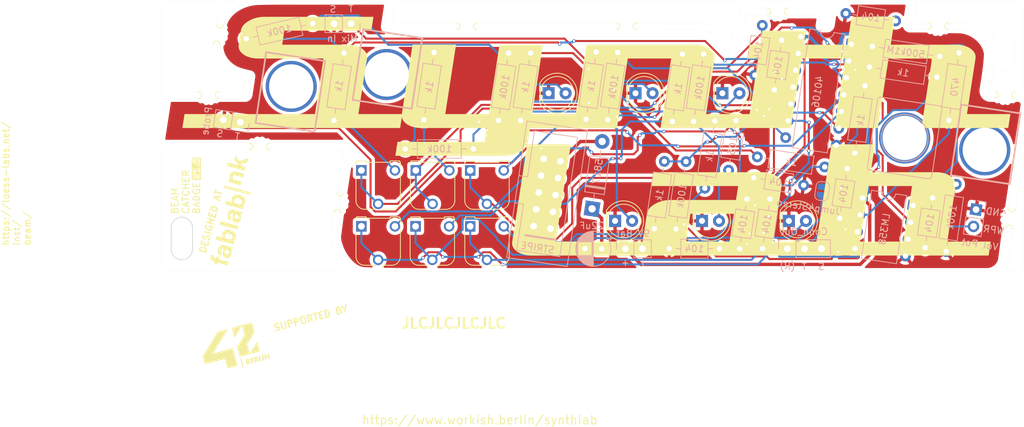
<source format=kicad_pcb>
(kicad_pcb (version 20241229) (generator "pcbnew") (generator_version "9.0")
  (layers (0 "F.Cu" signal) (2 "B.Cu" signal) (13 "F.Paste" user) (15 "B.Paste" user) (5 "F.SilkS" user "F.Silkscreen") (7 "B.SilkS" user "B.Silkscreen") (1 "F.Mask" user) (3 "B.Mask" user) (25 "Edge.Cuts" user))
  (net 0 "")
  (net 1 "GND")
  (net 2 "Net-(U1A-+)")
  (net 3 "Net-(U2A-I)")
  (net 4 "Net-(U2B-I)")
  (net 5 "Net-(U2C-I)")
  (net 6 "Net-(U2D-I)")
  (net 7 "Net-(U2E-I)")
  (net 8 "Net-(U2F-I)")
  (net 9 "VCC")
  (net 10 "Net-(D2-A)")
  (net 11 "Net-(D3-A)")
  (net 12 "Net-(D4-A)")
  (net 13 "Net-(D5-A)")
  (net 14 "Net-(D6-A)")
  (net 15 "Net-(D7-A)")
  (net 16 "Net-(D8-A)")
  (net 17 "Net-(J5--12V-Pad10)")
  (net 18 "Net-(R1-Pad1)")
  (net 19 "Net-(R2-Pad1)")
  (net 20 "Net-(R4-Pad2)")
  (net 21 "Net-(U1A--)")
  (net 22 "Net-(U1B--)")
  (net 23 "Net-(R11-Pad1)")
  (net 24 "Net-(R8-Pad1)")
  (net 25 "Net-(R9-Pad1)")
  (net 26 "Net-(R12-Pad1)")
  (net 27 "Net-(R13-Pad1)")
  (net 28 "Net-(U2A-O)")
  (net 29 "Net-(U2B-O)")
  (net 30 "Net-(U2C-O)")
  (net 31 "Net-(U2D-O)")
  (net 32 "Net-(U2E-O)")
  (net 33 "Net-(U2F-O)")
  (net 34 "Net-(J9-Pin_2)")
  (net 35 "Net-(J6-Pin_1)")
  (net 36 "Net-(J8-Pin_1)")
  (net 37 "Net-(J8-Pin_2)")
  (net 38 "Net-(J7-Pin_1)")
  (footprint "Library:logo_fablabnk" (layer "F.Cu") (at 59.820467 124.544 75)
    (property "Reference" "REF**" (hide yes))
    (property "Value" "logo_fablabnk" (hide yes))
  )
  (footprint "Library:Faceplate_Hole_Jack_3.5mm_NoPadNumber" (layer "F.Cu") (at 82.55 102.362 180)
    (property "Reference" "J3" (hide yes))
    (property "Value" "Mix_In" (hide yes))
  )
  (footprint "Potentiometer_THT:Potentiometer_Runtron_RM-065_Vertical" (layer "F.Cu") (at 95 117.682)
    (property "Reference" "RV4" (hide yes))
    (property "Value" "1M")
  )
  (footprint "Potentiometer_THT:Potentiometer_Runtron_RM-065_Vertical" (layer "F.Cu") (at 95 126.03)
    (property "Reference" "RV7" (hide yes))
    (property "Value" "1M")
  )
  (footprint "Library:mouse-bite-1mm-slot" (layer "F.Cu") (at 75.415257 122.509225 81.5)
    (property "Reference" "mouse-bite-1mm-slot" (hide yes))
    (property "Value" "VAL**" (hide yes))
  )
  (footprint "LED_THT:LED_D5.0mm" (layer "F.Cu") (at 119.634 106.172)
    (property "Reference" "D3" (hide yes))
    (property "Value" "LED")
  )
  (footprint "LED_THT:LED_D5.0mm" (layer "F.Cu") (at 129.54 125.222)
    (property "Reference" "D6" (hide yes))
    (property "Value" "LED")
  )
  (footprint "LED_THT:LED_D5.0mm" (layer "F.Cu") (at 116.586 125.222)
    (property "Reference" "D5" (hide yes))
    (property "Value" "LED")
  )
  (footprint "Potentiometer_THT:Potentiometer_Runtron_RM-065_Vertical" (layer "F.Cu") (at 78.78 126.03)
    (property "Reference" "RV5" (hide yes))
    (property "Value" "1M")
  )
  (footprint "Library:mouse-bite-1mm-slot" (layer "F.Cu") (at 63.623676 114.1356)
    (property "Reference" "mouse-bite-1mm-slot" (hide yes))
    (property "Value" "VAL**" (hide yes))
  )
  (footprint "LED_THT:LED_D5.0mm" (layer "F.Cu") (at 142.489 125.222)
    (property "Reference" "D7" (hide yes))
    (property "Value" "LED")
  )
  (footprint "Potentiometer_THT:Potentiometer_Runtron_RM-065_Vertical" (layer "F.Cu") (at 86.854 126.03)
    (property "Reference" "RV6" (hide yes))
    (property "Value" "1M")
  )
  (footprint "PCM_4ms_Faceplate:Faceplate_Rail_Mount_Slot" (layer "F.Cu") (at 52.024067 127.846 90)
    (property "Reference" "REF**" (hide yes))
    (property "Value" "Rail_mount_slot" (hide yes))
    (fp_line (start -1.5875 -1.5875) (end 1.5875 -1.5875) (stroke (width 0.1)) (layer "Edge.Cuts"))
    (fp_line (start -1.5875 1.5875) (end 1.5875 1.5875) (stroke (width 0.1)) (layer "Edge.Cuts"))
    (fp_arc (start 1.5875 -1.5875) (mid 3.175 0) (end 1.5875 1.5875) (stroke (width 0.1)) (layer "Edge.Cuts"))
    (fp_arc (start -1.5875 1.5875) (mid -3.175 0) (end -1.5875 -1.5875) (stroke (width 0.1)) (layer "Edge.Cuts"))
  )
  (footprint "Potentiometer_THT:Potentiometer_Runtron_RM-065_Vertical" (layer "F.Cu") (at 86.89 117.682)
    (property "Reference" "RV2" (hide yes))
    (property "Value" "1M")
  )
  (footprint "Library:Faceplate_Hole_Jack_3.5mm_NoPadNumber" (layer "F.Cu") (at 171.679967 114.621697 -90)
    (property "Reference" "RV3" (hide yes))
    (property "Value" "100K" (hide yes))
  )
  (footprint "Library:Faceplate_Hole_Jack_3.5mm_NoPadNumber" (layer "F.Cu") (at 68.326 105.156 90)
    (property "Reference" "J2" (hide yes))
    (property "Value" "Probe In" (hide yes))
  )
  (footprint "Library:mouse-bite-1mm-slot" (layer "F.Cu") (at 56.015076 106.4394)
    (property "Reference" "mouse-bite-1mm-slot" (hide yes))
    (property "Value" "VAL**" (hide yes))
  )
  (footprint "Library:mouse-bite-1mm-slot" (layer "F.Cu") (at 164.714162 96.133616 -1)
    (property "Reference" "mouse-bite-1mm-slot" (hide yes))
    (property "Value" "VAL**" (hide yes))
  )
  (footprint "Library:logo_42berlin" (layer "F.Cu") (at 59.947467 144.229 15)
    (property "Reference" "REF**" (hide yes))
    (property "Value" "logo_42berlin" (hide yes))
  )
  (footprint "Library:mouse-bite-1mm-slot" (layer "F.Cu") (at 57.43821 97.412916 81)
    (property "Reference" "mouse-bite-1mm-slot" (hide yes))
    (property "Value" "VAL**" (hide yes))
  )
  (footprint "Library:mouse-bite-1mm-slot" (layer "F.Cu") (at 140.781876 93.9814)
    (property "Reference" "mouse-bite-1mm-slot" (hide yes))
    (property "Value" "VAL**" (hide yes))
  )
  (footprint "Library:mouse-bite-1mm-slot" (layer "F.Cu") (at 118.295876 96.1792)
    (property "Reference" "mouse-bite-1mm-slot" (hide yes))
    (property "Value" "VAL**" (hide yes))
  )
  (footprint "Library:mouse-bite-1mm-slot" (layer "F.Cu") (at 94.484676 96.1792)
    (property "Reference" "mouse-bite-1mm-slot" (hide yes))
    (property "Value" "VAL**" (hide yes))
  )
  (footprint "Library:mouse-bite-1mm-slot" (layer "F.Cu") (at 175.515326 124.860829 82)
    (property "Reference" "mouse-bite-1mm-slot" (hide yes))
    (property "Value" "VAL**" (hide yes))
  )
  (footprint "PCM_4ms_Faceplate:Faceplate_Rail_Mount_Slot" (layer "F.Cu") (at 174.524067 99.786 90)
    (property "Reference" "REF**" (hide yes))
    (property "Value" "Rail_mount_slot" (hide yes))
  )
  (footprint "Library:mouse-bite-1mm-slot" (layer "F.Cu") (at 174.716276 106.4274)
    (property "Reference" "mouse-bite-1mm-slot" (hide yes))
    (property "Value" "VAL**" (hide yes))
  )
  (footprint "LED_THT:LED_D5.0mm" (layer "F.Cu") (at 132.583 106.172)
    (property "Reference" "D4" (hide yes))
    (property "Value" "LED")
  )
  (footprint "Library:Faceplate_Hole_Jack_3.5mm_NoPadNumber" (layer "F.Cu") (at 159.741967 112.843697 90)
    (property "Reference" "J4" (hide yes))
    (property "Value" "Out" (hide yes))
  )
  (footprint "Potentiometer_THT:Potentiometer_Runtron_RM-065_Vertical" (layer "F.Cu") (at 78.78 117.682)
    (property "Reference" "RV1" (hide yes))
    (property "Value" "1M")
  )
  (footprint "LED_THT:LED_D5.0mm" (layer "F.Cu") (at 106.675 106.172)
    (property "Reference" "D2" (hide yes))
    (property "Value" "LED")
  )
  (footprint "Capacitor_THT:C_Axial_L3.8mm_D2.6mm_P7.50mm_Horizontal" (layer "B.Cu") (at 150.071182 124.82381 81.5)
    (property "Reference" "C3" (hide yes))
    (property "Value" "100nF" (hide yes))
  )
  (footprint "Capacitor_THT:CP_Radial_D5.0mm_P2.50mm" (layer "B.Cu") (at 114.597324 129.37 180)
    (property "Reference" "C11" (hide yes))
    (property "Value" "22uF")
  )
  (footprint "Resistor_THT:R_Axial_DIN0207_L6.3mm_D2.5mm_P10.16mm_Horizontal" (layer "B.Cu") (at 88.116067 110.1422 81.5)
    (property "Reference" "R2" (hide yes))
    (property "Value" "1k")
  )
  (footprint "Capacitor_THT:C_Axial_L3.8mm_D2.6mm_P7.50mm_Horizontal" (layer "B.Cu") (at 138.526038 96.044381 -98.5)
    (property "Reference" "C5" (hide yes))
    (property "Value" "100nF")
  )
  (footprint "Resistor_THT:R_Axial_DIN0207_L6.3mm_D2.5mm_P10.16mm_Horizontal" (layer "B.Cu") (at 74.704867 110.2184 81.5)
    (property "Reference" "R1" (hide yes))
    (property "Value" "1k")
  )
  (footprint "Connector_PinHeader_2.54mm:PinHeader_1x02_P2.54mm_Vertical" (layer "B.Cu") (at 77.249867 95.7912 90)
    (property "Reference" "J6" (hide yes))
    (property "Value" "Mix In")
  )
  (footprint "Resistor_THT:R_Axial_DIN0207_L6.3mm_D2.5mm_P10.16mm_Horizontal" (layer "B.Cu") (at 102.489323 110.233801 81.5)
    (property "Reference" "R8" (hide yes))
    (property "Value" "1k")
  )
  (footprint "Connector_PinHeader_2.54mm:PinHeader_1x02_P2.54mm_Vertical" (layer "B.Cu") (at 170.381103 123.5305 171.5)
    (property "Reference" "J9" (hide yes))
    (property "Value" "Vol Pot")
  )
  (footprint "Capacitor_THT:C_Axial_L3.8mm_D2.6mm_P7.50mm_Horizontal" (layer "B.Cu") (at 136.2456 121.952381 -98.5)
    (property "Reference" "C8" (hide yes))
    (property "Value" "100nF")
  )
  (footprint "Resistor_THT:R_Axial_DIN0207_L6.3mm_D2.5mm_P10.16mm_Horizontal" (layer "B.Cu") (at 166.348067 110.193 81.5)
    (property "Reference" "R11" (hide yes))
    (property "Value" "470")
  )
  (footprint "Resistor_THT:R_Axial_DIN0207_L6.3mm_D2.5mm_P10.16mm_Horizontal" (layer "B.Cu") (at 164.544667 103.7668 171.5)
    (property "Reference" "R6" (hide yes))
    (property "Value" "1k")
  )
  (footprint "Capacitor_THT:C_Axial_L3.8mm_D2.6mm_P7.50mm_Horizontal" (layer "B.Cu") (at 132.150467 129.37 180)
    (property "Reference" "C7" (hide yes))
    (property "Value" "100nF" (hide yes))
  )
  (footprint "Resistor_THT:R_Axial_DIN0207_L6.3mm_D2.5mm_P10.16mm_Horizontal" (layer "B.Cu") (at 125.120723 110.386201 81.5)
    (property "Reference" "R12" (hide yes))
    (property "Value" "1k")
  )
  (footprint "Capacitor_THT:C_Axial_L3.8mm_D2.6mm_P7.50mm_Horizontal" (layer "B.Cu") (at 137.264658 118.782715 -8.5)
    (property "Reference" "C6" (hide yes))
    (property "Value" "100nF" (hide yes))
  )
  (footprint "Resistor_THT:R_Axial_DIN0207_L6.3mm_D2.5mm_P10.16mm_Horizontal" (layer "B.Cu") (at 127.159011 116.375199 -98.5)
    (property "Reference" "R19" (hide yes))
    (property "Value" "100k")
  )
  (footprint "Resistor_THT:R_Axial_DIN0207_L6.3mm_D2.5mm_P10.16mm_Horizontal" (layer "B.Cu") (at 112.271467 110.0534 81.5)
    (property "Reference" "R9" (hide yes))
    (property "Value" "1k")
  )
  (footprint "Package_DIP:DIP-8_W7.62mm" (layer "B.Cu") (at 160.997375 122.925899 171.5)
    (property "Reference" "U1" (hide yes))
    (property "Value" "LM358")
  )
  (footprint "Capacitor_THT:C_Axial_L3.8mm_D2.6mm_P7.50mm_Horizontal" (layer "B.Cu") (at 134.608872 110.236 -98.5)
    (property "Reference" "C1" (hide yes))
    (property "Value" "1uF" (hide yes))
  )
  (footprint "Resistor_THT:R_Axial_DIN0207_L6.3mm_D2.5mm_P10.16mm_Horizontal" (layer "B.Cu") (at 116.984739 100.0888 -98.5)
    (property "Reference" "R18" (hide yes))
    (property "Value" "100k")
  )
  (footprint "Resistor_THT:R_Axial_DIN0207_L6.3mm_D2.5mm_P10.16mm_Horizontal" (layer "B.Cu") (at 147.828 117.166872 171.5)
    (property "Reference" "R10" (hide yes))
    (property "Value" "1k")
  )
  (footprint "Resistor_THT:R_Axial_DIN0207_L6.3mm_D2.5mm_P10.16mm_Horizontal" (layer "B.Cu") (at 154.923067 99.180529 -8.5)
    (property "Reference" "R4" (hide yes))
    (property "Value" "500k1M")
  )
  (footprint "Jumper:SolderJumper-2_P1.3mm_Open_RoundedPad1.0x1.5mm" (layer "B.Cu") (at 147.444943 120.77694 -98.5)
    (property "Reference" "JP1" (hide yes))
    (property "Value" "Jump4Stereo")
  )
  (footprint "Library:EighthInch_PJ398SM_Silkscreen_Courtyard_Only" (layer "B.Cu") (at 171.679967 114.621697 -98.5)
    (property "Reference" "J4" (hide yes))
    (property "Value" "Out" (hide yes))
  )
  (footprint "Resistor_THT:R_Axial_DIN0207_L6.3mm_D2.5mm_P10.16mm_Horizontal" (layer "B.Cu") (at 153.829011 105.046799 -98.5)
    (property "Reference" "R5" (hide yes))
    (property "Value" "1k")
  )
  (footprint "Connector_PinHeader_2.54mm:PinHeader_1x02_P2.54mm_Vertical" (layer "B.Cu") (at 118.113467 129.37 -90)
    (property "Reference" "BT1" (hide yes))
    (property "Value" "9V Bat")
  )
  (footprint "Package_DIP:DIP-14_W7.62mm" (layer "B.Cu") (at 151.797011 98.849199 171.5)
    (property "Reference" "U2" (hide yes))
    (property "Value" "CD40106BPWR" (hide yes))
  )
  (footprint "Resistor_THT:R_Axial_DIN0207_L6.3mm_D2.5mm_P10.16mm_Horizontal" (layer "B.Cu") (at 131.462739 110.2996 -98.5)
    (property "Reference" "R7" (hide yes))
    (property "Value" "1k")
  )
  (footprint "Resistor_THT:R_Axial_DIN0207_L6.3mm_D2.5mm_P10.16mm_Horizontal" (layer "B.Cu") (at 129.782872 100.33 -98.5)
    (property "Reference" "R16" (hide yes))
    (property "Value" "100k")
  )
  (footprint "Library:Pot_9mm_DShaft_Silkscreen_Courtyard_Only" (layer "B.Cu") (at 159.741967 112.843697 -8.5)
    (property "Reference" "RV3" (hide yes))
    (property "Value" "100K" (hide yes))
  )
  (footprint "Connector_PinHeader_2.54mm:PinHeader_1x03_P2.54mm_Vertical" (layer "B.Cu") (at 142.271367 129.37 -90)
    (property "Reference" "J8" (hide yes))
    (property "Value" "Conn_Out")
  )
  (footprint "Connector_PinHeader_2.54mm:PinHeader_1x02_P2.54mm_Vertical" (layer "B.Cu") (at 60.734867 110.4978 81.5)
    (property "Reference" "J7" (hide yes))
    (property "Value" "Probe")
  )
  (footprint "Diode_THT:D_DO-41_SOD81_P10.16mm_Horizontal" (layer "B.Cu") (at 113.160467 123.416401 81.5)
    (property "Reference" "D8" (hide yes))
    (property "Value" "5817")
  )
  (footprint "Resistor_THT:R_Axial_DIN0207_L6.3mm_D2.5mm_P10.16mm_Horizontal" (layer "B.Cu") (at 122.432515 126.391219 81.5)
    (property "Reference" "R13" (hide yes))
    (property "Value" "1k")
  )
  (footprint "Library:EighthInch_PJ398SM_Silkscreen_Courtyard_Only" (layer "B.Cu") (at 68.326 105.156 81.5)
    (property "Reference" "J2" (hide yes))
    (property "Value" "Probe In" (hide yes))
  )
  (footprint "Resistor_THT:R_Axial_DIN0207_L6.3mm_D2.5mm_P10.16mm_Horizontal" (layer "B.Cu") (at 100.714467 100.1854 -98.5)
    (property "Reference" "R15" (hide yes))
    (property "Value" "100k")
  )
  (footprint "Resistor_THT:R_Axial_DIN0207_L6.3mm_D2.5mm_P10.16mm_Horizontal" (layer "B.Cu") (at 61.627067 98.051551 13)
    (property "Reference" "R14" (hide yes))
    (property "Value" "100k")
  )
  (footprint "Capacitor_THT:C_Axial_L3.8mm_D2.6mm_P7.50mm_Horizontal" (layer "B.Cu") (at 162.796582 129.21801 81.5)
    (property "Reference" "C2" (hide yes))
    (property "Value" "100nF" (hide yes))
  )
  (footprint "Library:EighthInch_PJ398SM_Silkscreen_Courtyard_Only" (layer "B.Cu") (at 82.55 103.376 -98.5)
    (property "Reference" "J3" (hide yes))
    (property "Value" "Mix_In" (hide yes))
  )
  (footprint "Capacitor_THT:C_Axial_L3.8mm_D2.6mm_P7.50mm_Horizontal" (layer "B.Cu") (at 158.398277 95.380286 171.5)
    (property "Reference" "C4" (hide yes))
    (property "Value" "100nF" (hide yes))
  )
  (footprint "Library:IDC-Header_2x05_P2.54mm_Vertical_Euro_Power_Striped_ThickerText" (layer "B.Cu") (at 108.461144 116.332 171.5)
    (property "Reference" "J5" (hide yes))
    (property "Value" "Eurorack_Power_10pin_Unshrouded" (hide yes))
  )
  (footprint "Capacitor_THT:C_Axial_L3.8mm_D2.6mm_P7.50mm_Horizontal" (layer "B.Cu") (at 141.426153 98.254591 -98.5)
    (property "Reference" "C10" (hide yes))
    (property "Value" "100nF")
  )
  (footprint "Resistor_THT:R_Axial_DIN0207_L6.3mm_D2.5mm_P10.16mm_Horizontal" (layer "B.Cu") (at 165.927396 129.796801 81.5)
    (property "Reference" "R3" (hide yes))
    (property "Value" "100k")
  )
  (footprint "Resistor_THT:R_Axial_DIN0207_L6.3mm_D2.5mm_P10.16mm_Horizontal" (layer "B.Cu") (at 85.322068 114.4856)
    (property "Reference" "R17" (hide yes))
    (property "Value" "100k")
  )
  (footprint "Capacitor_THT:C_Axial_L3.8mm_D2.6mm_P7.50mm_Horizontal" (layer "B.Cu") (at 138.560467 129.37 81.5)
    (property "Reference" "C9" (hide yes))
    (property "Value" "100nF" (hide yes))
  )
  (gr_poly (pts (xy 107.735622 128.307054) (xy 120.693687 128.307054) (xy 127.171659 128.307054) (xy 133.645685 128.307054) (xy 134.287504 124.163119) (xy 127.813486 124.163119) (xy 127.171659 128.307054) (xy 120.693687 128.307054) (xy 121.325493 124.163119) (xy 121.344787 124.057711) (xy 121.371276 123.954265) (xy 121.404958 123.852782) (xy 121.445836 123.75326) (xy 121.493907 123.655701) (xy 121.549173 123.560103) (xy 121.611633 123.466468) (xy 121.681288 123.374795) (xy 121.758136 123.285084) (xy 121.842179 123.197334) (xy 121.933416 123.111548) (xy 122.031848 123.027723) (xy 122.137473 122.94586) (xy 122.250293 122.865959) (xy 122.370307 122.788021) (xy 122.497515 122.712044) (xy 122.631156 122.637703) (xy 122.766976 122.568157) (xy 122.904977 122.503408) (xy 123.045157 122.443455) (xy 123.187518 122.388299) (xy 123.332059 122.337939) (xy 123.47878 122.292375) (xy 123.62768 122.251607) (xy 123.778761 122.215635) (xy 123.932023 122.18446) (xy 124.087464 122.158081) (xy 124.245085 122.136498) (xy 124.404887 122.119711) (xy 124.566869 122.107721) (xy 124.731031 122.100526) (xy 124.897374 122.098128) (xy 134.608409 122.098128) (xy 134.929314 120.019185) (xy 121.96732 120.019185) (xy 122.288225 117.954193) (xy 138.487253 117.954193) (xy 138.652778 117.956537) (xy 138.814487 117.963568) (xy 138.972382 117.975286) (xy 139.12646 117.991691) (xy 139.276724 118.012784) (xy 139.423172 118.038563) (xy 139.565804 118.06903) (xy 139.704622 118.104185) (xy 139.839624 118.144026) (xy 139.970811 118.188555) (xy 140.098183 118.237771) (xy 140.221739 118.291674) (xy 140.341481 118.350264) (xy 140.457407 118.413541) (xy 140.569518 118.481506) (xy 140.677814 118.554158) (xy 140.780387 118.630189) (xy 140.875331 118.708291) (xy 140.962643 118.788464) (xy 141.042326 118.870709) (xy 141.079306 118.912608) (xy 141.114378 118.955024) (xy 141.147543 118.997958) (xy 141.1788 119.041411) (xy 141.208149 119.085381) (xy 141.235591 119.129868) (xy 141.261126 119.174874) (xy 141.284753 119.220397) (xy 141.306472 119.266438) (xy 141.326284 119.312997) (xy 141.344188 119.360074) (xy 141.360185 119.407668) (xy 141.374274 119.45578) (xy 141.386456 119.50441) (xy 141.39673 119.553558) (xy 141.405096 119.603223) (xy 141.411555 119.653406) (xy 141.416107 119.704107) (xy 141.418751 119.755326) (xy 141.419487 119.807063) (xy 141.418316 119.859317) (xy 141.415237 119.912089) (xy 141.410251 119.965379) (xy 141.403357 120.019187) (xy 140.13367 128.307058) (xy 146.606754 128.307058) (xy 146.606754 128.307054) (xy 153.081722 128.307054) (xy 159.555748 128.307054) (xy 160.839393 120.019185) (xy 154.365367 120.019185) (xy 153.081722 128.307054) (xy 146.606754 128.307054) (xy 148.840115 113.796306) (xy 155.328099 113.796306) (xy 154.686281 117.954193) (xy 164.397324 117.954193) (xy 164.562848 117.956537) (xy 164.724556 117.963568) (xy 164.88245 117.975286) (xy 165.036528 117.991691) (xy 165.186791 118.012784) (xy 165.333239 118.038563) (xy 165.475872 118.06903) (xy 165.61469 118.104185) (xy 165.749693 118.144026) (xy 165.88088 118.188555) (xy 166.008252 118.237771) (xy 166.131809 118.291674) (xy 166.251551 118.350264) (xy 166.367478 118.413541) (xy 166.479589 118.481506) (xy 166.587885 118.554158) (xy 166.690459 118.630189) (xy 166.785402 118.708291) (xy 166.872714 118.788464) (xy 166.952397 118.870709) (xy 166.989377 118.912608) (xy 167.024449 118.955024) (xy 167.057614 118.997958) (xy 167.088871 119.041411) (xy 167.118221 119.085381) (xy 167.145663 119.129868) (xy 167.171197 119.174874) (xy 167.194824 119.220397) (xy 167.216543 119.266438) (xy 167.236355 119.312997) (xy 167.254259 119.360074) (xy 167.270256 119.407668) (xy 167.284345 119.45578) (xy 167.296527 119.50441) (xy 167.306801 119.553558) (xy 167.315167 119.603223) (xy 167.321626 119.653406) (xy 167.326178 119.704107) (xy 167.328822 119.755326) (xy 167.329558 119.807063) (xy 167.328387 119.859317) (xy 167.325308 119.912089) (xy 167.320322 119.965379) (xy 167.313428 120.019187) (xy 166.09954 128.307054) (xy 172.573566 128.307054) (xy 172.252653 130.386) (xy 146.286782 130.386) (xy 120.37672 130.386) (xy 104.1777 130.386) (xy 104.012121 130.383656) (xy 103.850249 130.376625) (xy 103.692082 130.364907) (xy 103.537622 130.348502) (xy 103.386868 130.32741) (xy 103.239821 130.30163) (xy 103.096479 130.271163) (xy 102.956844 130.236009) (xy 102.820915 130.196168) (xy 102.688692 130.151639) (xy 102.560176 130.102423) (xy 102.435365 130.04852) (xy 102.314261 129.98993) (xy 102.196863 129.926652) (xy 102.083171 129.858687) (xy 101.973185 129.786035) (xy 101.870665 129.708315) (xy 101.775885 129.628632) (xy 101.688844 129.546988) (xy 101.609543 129.463381) (xy 101.537981 129.377812) (xy 101.505103 129.334292) (xy 101.474159 129.290281) (xy 101.44515 129.24578) (xy 101.418076 129.200788) (xy 101.392936 129.155306) (xy 101.369732 129.109333) (xy 101.348463 129.06287) (xy 101.329128 129.015916) (xy 101.311728 128.968471) (xy 101.296263 128.920536) (xy 101.282733 128.872111) (xy 101.271137 128.823195) (xy 101.261477 128.773788) (xy 101.253751 128.723891) (xy 101.24796 128.673503) (xy 101.244104 128.622625) (xy 101.242183 128.571256) (xy 101.242197 128.519397) (xy 101.244146 128.467047) (xy 101.248029 128.414207) (xy 101.253847 128.360876) (xy 101.2616 128.307054) (xy 103.494019 113.796306) (xy 109.982 113.796306)) (stroke (width -0.000001)) (fill yes) (layer "F.SilkS"))
  (gr_poly (pts (xy 80.260115 96.834404) (xy 67.298109 96.834404) (xy 66.977199 98.927299) (xy 76.702193 98.927299) (xy 76.867716 98.929643) (xy 77.029425 98.936674) (xy 77.187318 98.948392) (xy 77.341397 98.964797) (xy 77.49166 98.98589) (xy 77.638108 99.011669) (xy 77.780741 99.042136) (xy 77.919559 99.077291) (xy 78.054562 99.117132) (xy 78.18575 99.161661) (xy 78.313122 99.210877) (xy 78.43668 99.26478) (xy 78.556422 99.32337) (xy 78.672349 99.386647) (xy 78.784461 99.454612) (xy 78.892758 99.527264) (xy 78.995332 99.603295) (xy 79.090276 99.681397) (xy 79.177589 99.76157) (xy 79.257272 99.843815) (xy 79.294252 99.885714) (xy 79.329324 99.92813) (xy 79.362489 99.971065) (xy 79.393746 100.014517) (xy 79.423096 100.058487) (xy 79.450538 100.102974) (xy 79.476072 100.14798) (xy 79.499699 100.193503) (xy 79.521418 100.239544) (xy 79.54123 100.286103) (xy 79.559134 100.333179) (xy 79.575131 100.380774) (xy 79.58922 100.428886) (xy 79.601401 100.477516) (xy 79.611675 100.526664) (xy 79.620041 100.576329) (xy 79.626499 100.626512) (xy 79.63105 100.677213) (xy 79.633693 100.728432) (xy 79.634429 100.780169) (xy 79.633258 100.832423) (xy 79.630178 100.885195) (xy 79.625191 100.938485) (xy 79.618296 100.992293) (xy 79.286923 103.071236) (xy 78.96252 105.150181) (xy 78.652077 107.215173) (xy 78.334651 109.280164) (xy 84.808677 109.28016) (xy 86.399274 98.927299) (xy 92.88725 98.927299) (xy 91.282699 109.28016) (xy 97.770684 109.28016) (xy 99.361284 98.927299) (xy 105.83531 98.927299) (xy 104.24471 109.28016) (xy 110.716817 109.28016) (xy 111.98844 100.992295) (xy 112.309337 98.927299) (xy 128.508356 98.927299) (xy 128.67388 98.929643) (xy 128.835588 98.936674) (xy 128.993482 98.948392) (xy 129.14756 98.964797) (xy 129.297823 98.98589) (xy 129.444272 99.011669) (xy 129.586905 99.042136) (xy 129.725723 99.077291) (xy 129.860726 99.117132) (xy 129.991914 99.161661) (xy 130.119287 99.210877) (xy 130.242845 99.26478) (xy 130.362588 99.32337) (xy 130.478515 99.386647) (xy 130.590628 99.454612) (xy 130.698926 99.527264) (xy 130.801499 99.603295) (xy 130.896442 99.681397) (xy 130.983755 99.76157) (xy 131.063437 99.843815) (xy 131.100417 99.885714) (xy 131.135489 99.92813) (xy 131.168654 99.971065) (xy 131.199911 100.014517) (xy 131.22926 100.058487) (xy 131.256702 100.102974) (xy 131.282237 100.14798) (xy 131.305863 100.193503) (xy 131.327582 100.239544) (xy 131.347394 100.286103) (xy 131.365298 100.333179) (xy 131.381294 100.380774) (xy 131.395383 100.428886) (xy 131.407564 100.477516) (xy 131.417838 100.526664) (xy 131.426204 100.576329) (xy 131.432663 100.626512) (xy 131.437214 100.677213) (xy 131.439857 100.728432) (xy 131.440593 100.780169) (xy 131.439421 100.832423) (xy 131.436342 100.885195) (xy 131.431355 100.938485) (xy 131.42446 100.992293) (xy 130.154773 109.280164) (xy 136.628799 109.280164) (xy 136.308121 111.357588) (xy 137.912436 100.992291) (xy 136.279978 100.992291) (xy 136.600891 98.927299) (xy 138.219391 98.927299) (xy 138.540305 96.834404) (xy 145.028289 96.834404) (xy 144.707376 98.927299) (xy 151.181402 98.927299) (xy 150.860488 100.992291) (xy 144.386462 100.992291) (xy 142.781912 111.359106) (xy 136.307886 111.359106) (xy 136.307886 111.35911) (xy 129.833868 111.35911) (xy 123.359841 111.35911) (xy 124.950442 100.992295) (xy 118.476416 100.992295) (xy 116.871865 111.35911) (xy 110.397839 111.35911) (xy 110.399311 111.34952) (xy 110.397831 111.359106) (xy 103.923797 111.359106) (xy 103.602891 113.424097) (xy 103.581909 113.531195) (xy 103.553841 113.636221) (xy 103.518688 113.739176) (xy 103.476449 113.84006) (xy 103.427125 113.938872) (xy 103.370715 114.035614) (xy 103.30722 114.130285) (xy 103.236639 114.222885) (xy 103.158972 114.313413) (xy 103.07422 114.401871) (xy 102.982383 114.488257) (xy 102.88346 114.572573) (xy 102.777451 114.654817) (xy 102.664357 114.734991) (xy 102.544177 114.813093) (xy 102.416912 114.889124) (xy 102.286651 114.963466) (xy 102.153991 115.033012) (xy 102.018934 115.097761) (xy 101.881479 115.157714) (xy 101.741626 115.212871) (xy 101.599375 115.263232) (xy 101.454725 115.308796) (xy 101.307678 115.349564) (xy 101.158233 115.385536) (xy 101.006389 115.416711) (xy 100.852148 115.44309) (xy 100.695508 115.464673) (xy 100.536471 115.48146) (xy 100.375035 115.493451) (xy 100.211201 115.500645) (xy 100.044969 115.503043) (xy 99.347326 115.503043) (xy 96.807952 115.503043) (xy 83.845945 115.503043) (xy 84.166855 113.424097) (xy 97.128857 113.424097) (xy 97.449762 111.359106) (xy 90.961786 111.359106) (xy 87.724777 111.359106) (xy 87.559199 111.356762) (xy 87.397327 111.349731) (xy 87.239161 111.338013) (xy 87.084702 111.321608) (xy 86.933948 111.300516) (xy 86.7869 111.274736) (xy 86.643559 111.244269) (xy 86.503924 111.209115) (xy 86.367994 111.169274) (xy 86.235771 111.124745) (xy 86.107254 111.075529) (xy 85.982443 111.021626) (xy 85.861337 110.963036) (xy 85.743938 110.899758) (xy 85.630245 110.831793) (xy 85.520258 110.759141) (xy 85.417739 110.681421) (xy 85.322959 110.601738) (xy 85.235919 110.520094) (xy 85.156618 110.436487) (xy 85.085057 110.350918) (xy 85.052178 110.307398) (xy 85.021235 110.263387) (xy 84.992226 110.218886) (xy 84.965152 110.173894) (xy 84.940013 110.128412) (xy 84.916809 110.082439) (xy 84.895539 110.035976) (xy 84.876205 109.989022) (xy 84.858805 109.941577) (xy 84.84334 109.893642) (xy 84.82981 109.845217) (xy 84.818214 109.796301) (xy 84.808554 109.746894) (xy 84.807474 109.73992) (xy 84.557534 111.359106) (xy 52.103679 111.359106) (xy 52.424588 109.28016) (xy 71.860625 109.28016) (xy 73.130312 100.992291) (xy 63.419273 100.992291) (xy 63.253694 100.989947) (xy 63.091822 100.982916) (xy 62.933655 100.971198) (xy 62.779195 100.954793) (xy 62.628441 100.9337) (xy 62.481394 100.907921) (xy 62.338052 100.877454) (xy 62.198417 100.842299) (xy 62.062488 100.802458) (xy 61.930265 100.757929) (xy 61.801748 100.708713) (xy 61.676938 100.65481) (xy 61.555834 100.59622) (xy 61.438435 100.532943) (xy 61.324743 100.464978) (xy 61.214758 100.392326) (xy 61.112238 100.31466) (xy 61.017458 100.235141) (xy 60.930417 100.153768) (xy 60.851116 100.070543) (xy 60.779554 99.985464) (xy 60.746675 99.94223) (xy 60.715732 99.898532) (xy 60.686723 99.854372) (xy 60.659649 99.809748) (xy 60.634509 99.76466) (xy 60.611305 99.71911) (xy 60.590035 99.673096) (xy 60.570701 99.626619) (xy 60.553301 99.579679) (xy 60.537836 99.532275) (xy 60.524306 99.484408) (xy 60.51271 99.436078) (xy 60.50305 99.387285) (xy 60.495324 99.338028) (xy 60.489533 99.288308) (xy 60.485677 99.238125) (xy 60.483756 99.187479) (xy 60.48377 99.136369) (xy 60.485718 99.084796) (xy 60.489602 99.03276) (xy 60.49542 98.98026) (xy 60.503173 98.927297) (xy 60.538925 98.663069) (xy 60.576422 98.400585) (xy 60.615664 98.139845) (xy 60.656651 97.880849) (xy 60.824083 96.834402) (xy 60.843376 96.728994) (xy 60.869865 96.625548) (xy 60.903547 96.524064) (xy 60.944424 96.424543) (xy 60.992495 96.326983) (xy 61.047761 96.231386) (xy 61.110221 96.137751) (xy 61.179875 96.046077) (xy 61.256724 95.956366) (xy 61.340767 95.868617) (xy 61.432004 95.78283) (xy 61.530435 95.699005) (xy 61.636061 95.617143) (xy 61.748881 95.537242) (xy 61.868895 95.459303) (xy 61.996104 95.383327) (xy 62.128054 95.308985) (xy 62.262294 95.23944) (xy 62.398822 95.174691) (xy 62.53764 95.114738) (xy 62.678747 95.059581) (xy 62.822143 95.009221) (xy 62.967828 94.963657) (xy 63.115802 94.922889) (xy 63.266065 94.886917) (xy 63.418618 94.855742) (xy 63.57346 94.829363) (xy 63.73059 94.80778) (xy 63.89001 94.790993) (xy 64.051719 94.779002) (xy 64.215718 94.771808) (xy 64.382005 94.76941) (xy 80.581028 94.76941)) (stroke (width -0.000001)) (fill yes) (layer "F.SilkS"))
  (gr_poly (pts (xy 157.669378 98.927299) (xy 162.524895 98.927299) (xy 167.380413 98.927299) (xy 167.545935 98.929643) (xy 167.707643 98.936674) (xy 167.865536 98.948392) (xy 168.019615 98.964797) (xy 168.169878 98.98589) (xy 168.316327 99.011669) (xy 168.458961 99.042136) (xy 168.59778 99.077291) (xy 168.732784 99.117132) (xy 168.863972 99.161661) (xy 168.991346 99.210877) (xy 169.114904 99.26478) (xy 169.234647 99.32337) (xy 169.350574 99.386647) (xy 169.462686 99.454612) (xy 169.570982 99.527264) (xy 169.673556 99.603295) (xy 169.768499 99.681397) (xy 169.855812 99.76157) (xy 169.935495 99.843815) (xy 169.972475 99.885714) (xy 170.007548 99.92813) (xy 170.040713 99.971065) (xy 170.07197 100.014517) (xy 170.10132 100.058487) (xy 170.128762 100.102974) (xy 170.154297 100.14798) (xy 170.177924 100.193503) (xy 170.199644 100.239544) (xy 170.219456 100.286103) (xy 170.23736 100.333179) (xy 170.253357 100.380774) (xy 170.267446 100.428886) (xy 170.279628 100.477516) (xy 170.289902 100.526664) (xy 170.298268 100.576329) (xy 170.304727 100.626512) (xy 170.309278 100.677213) (xy 170.311922 100.728432) (xy 170.312658 100.780169) (xy 170.311486 100.832423) (xy 170.308407 100.885195) (xy 170.30342 100.938485) (xy 170.296525 100.992293) (xy 169.02683 109.280164) (xy 175.500848 109.280164) (xy 175.179942 111.35911) (xy 168.69195 111.35911) (xy 162.23189 111.35911) (xy 163.822491 100.992295) (xy 157.348456 100.992295) (xy 155.743897 111.35911) (xy 149.26988 111.35911) (xy 151.823229 94.769412) (xy 158.311188 94.769412)) (stroke (width -0.000001)) (fill yes) (layer "F.SilkS"))
  (gr_line (start 49.906995 107.409028) (end 49.013684 113.182052) (stroke (width 0.009999)) (layer "Edge.Cuts"))
  (gr_line (start 161.86929 96.610772) (end 160.590054 96.610772) (stroke (width 0.009999)) (layer "Edge.Cuts"))
  (gr_line (start 177.52197 92.456) (end 161.347073 92.456) (stroke (width 0.009999)) (layer "Edge.Cuts"))
  (gr_line (start 59.790723 92.456) (end 49.022 92.456) (stroke (width 0.009999)) (layer "Edge.Cuts"))
  (gr_line (start 49.022 132.756) (end 76.826684 132.756) (stroke (width 0.009999)) (layer "Edge.Cuts"))
  (gr_curve (pts (xy 82.18414 96.170015) (xy 82.289242 95.494715) (xy 82.474087 94.281714) (xy 82.670666 93.00482)) (stroke (width 0.009999)) (layer "Edge.Cuts"))
  (gr_curve (pts (xy 171.409116 105.573457) (xy 171.691983 103.815198) (xy 171.999234 102.056878) (xy 172.062955 100.278291)) (stroke (width 0.009999)) (layer "Edge.Cuts"))
  (gr_curve (pts (xy 129.088162 96.719476) (xy 126.775235 96.493043) (xy 124.449033 96.789807) (xy 122.130383 96.719476)) (stroke (width 0.009999)) (layer "Edge.Cuts"))
  (gr_line (start 136.082852 94.518271) (end 139.285284 94.513052) (stroke (width 0.01)) (layer "Edge.Cuts"))
  (gr_curve (pts (xy 82.652646 96.719476) (xy 82.344372 96.720323) (xy 82.136746 96.474538) (xy 82.18414 96.170015)) (stroke (width 0.009999)) (layer "Edge.Cuts"))
  (gr_arc (start 172.936567 98.1985) (mid 174.524067 96.611) (end 176.111567 98.1985) (stroke (width 0.009999)) (layer "Edge.Cuts"))
  (gr_line (start 176.39993 105.892252) (end 176.242284 105.892252) (stroke (width 0.01)) (layer "Edge.Cuts"))
  (gr_curve (pts (xy 172.672452 104.508912) (xy 172.898587 103.012895) (xy 172.926667 101.938) (xy 172.936567 101.3735)) (stroke (width 0.009999)) (layer "Edge.Cuts"))
  (gr_line (start 116.780884 95.656052) (end 116.780884 96.697452) (stroke (width 0.01)) (layer "Edge.Cuts"))
  (gr_line (start 61.419171 106.963578) (end 57.516792 106.963578) (stroke (width 0.01)) (layer "Edge.Cuts"))
  (gr_curve (pts (xy 60.999539 104.087995) (xy 61.429532 104.066144) (xy 61.25517 104.436673) (xy 61.226224 104.717824)) (stroke (width 0.009999)) (layer "Edge.Cuts"))
  (gr_line (start 76.062728 114.651611) (end 75.124884 120.929052) (stroke (width 0.01)) (layer "Edge.Cuts"))
  (gr_curve (pts (xy 62.473569 103.704499) (xy 62.335034 104.608091) (xy 62.196484 105.511682) (xy 62.05795 106.415273)) (stroke (width 0.009999)) (layer "Edge.Cuts"))
  (gr_line (start 58.208484 95.986252) (end 57.167084 95.833852) (stroke (width 0.01)) (layer "Edge.Cuts"))
  (gr_line (start 75.241589 127.615413) (end 75.709084 124.078652) (stroke (width 0.01)) (layer "Edge.Cuts"))
  (gr_curve (pts (xy 133.305814 95.781744) (xy 132.972165 96.223924) (xy 133.088711 96.819764) (xy 132.939725 97.329751)) (stroke (width 0.009999)) (layer "Edge.Cuts"))
  (gr_line (start 76.383069 113.615489) (end 65.142684 113.613852) (stroke (width 0.01)) (layer "Edge.Cuts"))
  (gr_line (start 142.307884 93.446252) (end 142.307884 94.513052) (stroke (width 0.01)) (layer "Edge.Cuts"))
  (gr_curve (pts (xy 63.101834 92.511793) (xy 61.203809 92.691008) (xy 59.217129 93.665621) (xy 58.400311 95.472185)) (stroke (width 0.009999)) (layer "Edge.Cuts"))
  (gr_line (start 57.714871 99.220422) (end 57.725884 99.008852) (stroke (width 0.01)) (layer "Edge.Cuts"))
  (gr_curve (pts (xy 172.496945 105.854036) (xy 172.466153 105.410226) (xy 172.636746 104.958081) (xy 172.672452 104.508912)) (stroke (width 0.009999)) (layer "Edge.Cuts"))
  (gr_line (start 139.285284 94.513052) (end 139.285284 93.446252) (stroke (width 0.01)) (layer "Edge.Cuts"))
  (gr_line (start 163.212084 96.621252) (end 163.212084 95.579852) (stroke (width 0.01)) (layer "Edge.Cuts"))
  (gr_line (start 75.124884 120.929052) (end 76.166284 121.081452) (stroke (width 0.01)) (layer "Edge.Cuts"))
  (gr_curve (pts (xy 148.276892 92.455652) (xy 148.228085 92.802195) (xy 148.179288 93.114504) (xy 148.130521 93.426813)) (stroke (width 0.009999)) (layer "Edge.Cuts"))
  (gr_line (start 83.751675 92.455652) (end 148.276892 92.455652) (stroke (width 0.01)) (layer "Edge.Cuts"))
  (gr_line (start 145.957852 93.443529) (end 142.307884 93.446252) (stroke (width 0.01)) (layer "Edge.Cuts"))
  (gr_curve (pts (xy 133.202084 100.320455) (xy 132.937009 98.327756) (xy 131.023282 96.877084) (xy 129.088162 96.719476)) (stroke (width 0.009999)) (layer "Edge.Cuts"))
  (gr_curve (pts (xy 135.849118 96.043966) (xy 135.801022 96.356996) (xy 135.50546 96.610768) (xy 135.188809 96.610768)) (stroke (width 0.009999)) (layer "Edge.Cuts"))
  (gr_line (start 176.242284 123.443652) (end 175.200884 123.265852) (stroke (width 0.01)) (layer "Edge.Cuts"))
  (gr_line (start 146.630032 94.518271) (end 142.307884 94.513052) (stroke (width 0.01)) (layer "Edge.Cuts"))
  (gr_line (start 175.200884 123.265852) (end 176.646115 113.615497) (stroke (width 0.01)) (layer "Edge.Cuts"))
  (gr_line (start 49.022 114.651611) (end 49.022 132.756) (stroke (width 0.009999)) (layer "Edge.Cuts"))
  (gr_line (start 175.835884 126.415452) (end 174.794484 126.263052) (stroke (width 0.01)) (layer "Edge.Cuts"))
  (gr_curve (pts (xy 50.166943 105.901467) (xy 49.295056 106.025716) (xy 49.022793 105.914598) (xy 49.022 106.501852)) (stroke (width 0.009999)) (layer "Edge.Cuts"))
  (gr_curve (pts (xy 78.907742 132.582767) (xy 81.11694 132.93394) (xy 106.791424 132.666248) (xy 109.015561 132.75674)) (stroke (width 0.009999)) (layer "Edge.Cuts"))
  (gr_curve (pts (xy 82.670666 93.00482) (xy 82.717572 92.700152) (xy 82.50581 92.453253) (xy 82.197552 92.453333)) (stroke (width 0.009999)) (layer "Edge.Cuts"))
  (gr_line (start 139.285284 93.446252) (end 135.158902 93.438231) (stroke (width 0.01)) (layer "Edge.Cuts"))
  (gr_line (start 96.003684 95.656052) (end 116.780884 95.656052) (stroke (width 0.01)) (layer "Edge.Cuts"))
  (gr_curve (pts (xy 136.082852 94.518271) (xy 136.005337 95.026892) (xy 135.927151 95.535422) (xy 135.849118 96.043966)) (stroke (width 0.009999)) (layer "Edge.Cuts"))
  (gr_line (start 83.35693 95.639361) (end 92.981084 95.639361) (stroke (width 0.01)) (layer "Edge.Cuts"))
  (gr_curve (pts (xy 172.601956 106.963582) (xy 171.825192 106.963582) (xy 171.285733 106.340352) (xy 171.409116 105.573457)) (stroke (width 0.009999)) (layer "Edge.Cuts"))
  (gr_line (start 177.52197 132.755992) (end 177.52197 115.098491) (stroke (width 0.009999)) (layer "Edge.Cuts"))
  (gr_line (start 175.305081 130.583682) (end 175.835884 126.415452) (stroke (width 0.01)) (layer "Edge.Cuts"))
  (gr_line (start 177.52197 106.094661) (end 176.39993 105.892252) (stroke (width 0.009999)) (layer "Edge.Cuts"))
  (gr_curve (pts (xy 160.590054 96.610772) (xy 160.178525 96.610772) (xy 159.895779 96.281076) (xy 159.958523 95.874376)) (stroke (width 0.009999)) (layer "Edge.Cuts"))
  (gr_curve (pts (xy 56.664883 99.681977) (xy 56.934537 101.899453) (xy 58.858746 103.663198) (xy 60.999539 104.087995)) (stroke (width 0.009999)) (layer "Edge.Cuts"))
  (gr_line (start 172.496945 105.854036) (end 173.219684 105.892252) (stroke (width 0.01)) (layer "Edge.Cuts"))
  (gr_line (start 92.981084 95.639361) (end 92.981084 96.697452) (stroke (width 0.01)) (layer "Edge.Cuts"))
  (gr_line (start 135.188809 96.610768) (end 134.1517 96.610768) (stroke (width 0.009999)) (layer "Edge.Cuts"))
  (gr_line (start 176.646115 113.615497) (end 177.514798 108.00942) (stroke (width 0.009999)) (layer "Edge.Cuts"))
  (gr_curve (pts (xy 177.514798 108.00942) (xy 177.604184 107.431821) (xy 177.202756 106.963582) (xy 176.618283 106.963582)) (stroke (width 0.009999)) (layer "Edge.Cuts"))
  (gr_line (start 57.516792 106.963578) (end 57.516878 105.901467) (stroke (width 0.01)) (layer "Edge.Cuts"))
  (gr_line (start 146.970883 96.035715) (end 147.116421 95.085058) (stroke (width 0.009999)) (layer "Edge.Cuts"))
  (gr_curve (pts (xy 172.936567 98.1985) (xy 172.69949 97.580735) (xy 170.397732 95.816919) (xy 168.028287 95.639273)) (stroke (width 0.009999)) (layer "Edge.Cuts"))
  (gr_line (start 109.015561 132.75674) (end 172.049954 132.75674) (stroke (width 0.009999)) (layer "Edge.Cuts"))
  (gr_line (start 96.003684 96.697452) (end 96.003684 95.656052) (stroke (width 0.01)) (layer "Edge.Cuts"))
  (gr_line (start 49.385266 113.615489) (end 62.120084 113.613852) (stroke (width 0.01)) (layer "Edge.Cuts"))
  (gr_curve (pts (xy 150.020962 92.4532) (xy 149.664242 92.4532) (xy 149.330685 92.738951) (xy 149.27612 93.091467)) (stroke (width 0.009999)) (layer "Edge.Cuts"))
  (gr_line (start 62.120084 114.655252) (end 49.022 114.651611) (stroke (width 0.01)) (layer "Edge.Cuts"))
  (gr_curve (pts (xy 147.979123 94.182467) (xy 147.573514 93.484057) (xy 146.692105 93.358404) (xy 145.957852 93.443529)) (stroke (width 0.009999)) (layer "Edge.Cuts"))
  (gr_line (start 166.209284 96.697452) (end 166.209284 95.630652) (stroke (width 0.01)) (layer "Edge.Cuts"))
  (gr_line (start 159.727261 92.4532) (end 150.020962 92.4532) (stroke (width 0.009999)) (layer "Edge.Cuts"))
  (gr_curve (pts (xy 160.370572 93.203272) (xy 160.434476 92.789023) (xy 160.14639 92.4532) (xy 159.727261 92.4532)) (stroke (width 0.009999)) (layer "Edge.Cuts"))
  (gr_curve (pts (xy 147.464566 96.610772) (xy 147.143277 96.610772) (xy 146.922269 96.353315) (xy 146.970883 96.035715)) (stroke (width 0.009999)) (layer "Edge.Cuts"))
  (gr_line (start 163.212084 95.579852) (end 161.104214 95.528643) (stroke (width 0.01)) (layer "Edge.Cuts"))
  (gr_line (start 176.242284 106.959052) (end 176.242284 105.892252) (stroke (width 0.01)) (layer "Edge.Cuts"))
  (gr_curve (pts (xy 50.436084 106.959052) (xy 50.177884 106.963578) (xy 49.945142 107.163011) (xy 49.906995 107.409028)) (stroke (width 0.009999)) (layer "Edge.Cuts"))
  (gr_line (start 173.219684 105.892252) (end 173.219684 106.959052) (stroke (width 0.01)) (layer "Edge.Cuts"))
  (gr_curve (pts (xy 74.161084 127.649127) (xy 74.32182 129.741031) (xy 75.174161 131.510844) (xy 76.826684 132.756)) (stroke (width 0.009999)) (layer "Edge.Cuts"))
  (gr_curve (pts (xy 148.130521 93.426813) (xy 148.071835 93.639147) (xy 148.06503 94.131388) (xy 147.979123 94.182467)) (stroke (width 0.009999)) (layer "Edge.Cuts"))
  (gr_curve (pts (xy 161.104214 95.528643) (xy 161.201901 94.679541) (xy 161.792935 93.043646) (xy 161.347012 92.455996)) (stroke (width 0.009999)) (layer "Edge.Cuts"))
  (gr_line (start 96.003684 96.697452) (end 116.780884 96.697452) (stroke (width 0.01)) (layer "Edge.Cuts"))
  (gr_curve (pts (xy 128.209561 95.578192) (xy 125.82272 95.500532) (xy 123.437543 95.711065) (xy 121.050366 95.639361)) (stroke (width 0.009999)) (layer "Edge.Cuts"))
  (gr_line (start 56.664883 98.831052) (end 57.725884 99.008852) (stroke (width 0.01)) (layer "Edge.Cuts"))
  (gr_curve (pts (xy 83.35693 95.639361) (xy 83.490735 94.681761) (xy 83.695676 93.725908) (xy 83.751675 92.455652)) (stroke (width 0.009999)) (layer "Edge.Cuts"))
  (gr_line (start 58.400311 95.472185) (end 58.208484 95.986252) (stroke (width 0.01)) (layer "Edge.Cuts"))
  (gr_curve (pts (xy 132.424954 96.974897) (xy 131.25607 95.996111) (xy 129.717007 95.565664) (xy 128.209561 95.578192)) (stroke (width 0.009999)) (layer "Edge.Cuts"))
  (gr_line (start 168.075711 96.729951) (end 166.209284 96.697452) (stroke (width 0.01)) (layer "Edge.Cuts"))
  (gr_line (start 65.142684 114.655252) (end 76.062728 114.651611) (stroke (width 0.01)) (layer "Edge.Cuts"))
  (gr_line (start 177.52197 115.098491) (end 176.242284 123.443652) (stroke (width 0.01)) (layer "Edge.Cuts"))
  (gr_curve (pts (xy 172.062955 100.278291) (xy 171.793545 98.341211) (xy 169.954068 96.926442) (xy 168.075711 96.729951)) (stroke (width 0.009999)) (layer "Edge.Cuts"))
  (gr_curve (pts (xy 61.226224 104.717824) (xy 61.169324 105.104612) (xy 61.113827 105.491861) (xy 61.04185 105.901467)) (stroke (width 0.009999)) (layer "Edge.Cuts"))
  (gr_line (start 65.142684 113.613852) (end 65.142684 114.655252) (stroke (width 0.01)) (layer "Edge.Cuts"))
  (gr_line (start 166.209284 95.630652) (end 168.028287 95.639273) (stroke (width 0.01)) (layer "Edge.Cuts"))
  (gr_curve (pts (xy 159.958523 95.874376) (xy 160.095883 94.984007) (xy 160.233304 94.093653) (xy 160.370572 93.203272)) (stroke (width 0.009999)) (layer "Edge.Cuts"))
  (gr_curve (pts (xy 148.82272 96.028521) (xy 148.773099 96.350095) (xy 148.46896 96.610772) (xy 148.143582 96.610772)) (stroke (width 0.009999)) (layer "Edge.Cuts"))
  (gr_curve (pts (xy 174.42886 132.755992) (xy 175.057004 132.44839) (xy 175.305081 130.583682) (xy 175.305081 130.583682)) (stroke (width 0.009999)) (layer "Edge.Cuts"))
  (gr_line (start 121.050366 95.639361) (end 119.803484 95.656052) (stroke (width 0.01)) (layer "Edge.Cuts"))
  (gr_line (start 119.803484 96.697452) (end 122.130383 96.719476) (stroke (width 0.01)) (layer "Edge.Cuts"))
  (gr_line (start 119.803484 95.656052) (end 119.803484 96.697452) (stroke (width 0.01)) (layer "Edge.Cuts"))
  (gr_line (start 54.550884 105.917652) (end 54.550884 106.959052) (stroke (width 0.01)) (layer "Edge.Cuts"))
  (gr_line (start 76.166284 121.081452) (end 77.182843 114.549422) (stroke (width 0.01)) (layer "Edge.Cuts"))
  (gr_curve (pts (xy 135.158902 93.438231) (xy 135.038541 94.136885) (xy 134.951016 94.840391) (xy 134.831937 95.539168)) (stroke (width 0.009999)) (layer "Edge.Cuts"))
  (gr_line (start 75.709084 124.078652) (end 74.667684 123.926252) (stroke (width 0.01)) (layer "Edge.Cuts"))
  (gr_curve (pts (xy 57.714871 99.220422) (xy 57.747769 101.032411) (xy 59.257596 102.538533) (xy 60.957074 102.959352)) (stroke (width 0.009999)) (layer "Edge.Cuts"))
  (gr_curve (pts (xy 134.831937 95.539168) (xy 134.319791 95.571966) (xy 133.701565 95.333288) (xy 133.305814 95.781744)) (stroke (width 0.009999)) (layer "Edge.Cuts"))
  (gr_line (start 92.981084 96.697452) (end 82.652646 96.719476) (stroke (width 0.01)) (layer "Edge.Cuts"))
  (gr_line (start 173.219684 106.959052) (end 172.601956 106.963582) (stroke (width 0.01)) (layer "Edge.Cuts"))
  (gr_curve (pts (xy 72.821637 92.456354) (xy 69.582013 92.481356) (xy 66.339627 92.409773) (xy 63.101834 92.511793)) (stroke (width 0.009999)) (layer "Edge.Cuts"))
  (gr_curve (pts (xy 62.05795 106.415273) (xy 62.009549 106.73068) (xy 61.738263 106.963578) (xy 61.419171 106.963578)) (stroke (width 0.009999)) (layer "Edge.Cuts"))
  (gr_line (start 56.664883 99.681977) (end 56.664883 98.831052) (stroke (width 0.01)) (layer "Edge.Cuts"))
  (gr_curve (pts (xy 60.957074 102.959352) (xy 61.523297 103.119764) (xy 61.8905 103.208154) (xy 62.127789 103.253884)) (stroke (width 0.009999)) (layer "Edge.Cuts"))
  (gr_curve (pts (xy 62.127789 103.253884) (xy 62.353192 103.297326) (xy 62.512143 103.452916) (xy 62.473569 103.704499)) (stroke (width 0.009999)) (layer "Edge.Cuts"))
  (gr_line (start 176.111567 98.1985) (end 176.111567 101.3735) (stroke (width 0.009999)) (layer "Edge.Cuts"))
  (gr_line (start 176.618283 106.963582) (end 176.242284 106.959052) (stroke (width 0.01)) (layer "Edge.Cuts"))
  (gr_line (start 161.86929 96.610772) (end 163.212084 96.621252) (stroke (width 0.01)) (layer "Edge.Cuts"))
  (gr_line (start 177.52197 106.094661) (end 177.52197 92.456) (stroke (width 0.009999)) (layer "Edge.Cuts"))
  (gr_line (start 49.022 92.456) (end 49.022 106.501852) (stroke (width 0.009999)) (layer "Edge.Cuts"))
  (gr_arc (start 176.111567 101.3735) (mid 174.524067 102.961) (end 172.936567 101.3735) (stroke (width 0.009999)) (layer "Edge.Cuts"))
  (gr_line (start 61.04185 105.901467) (end 57.516878 105.901467) (stroke (width 0.01)) (layer "Edge.Cuts"))
  (gr_curve (pts (xy 172.049954 132.75674) (xy 173.081998 132.75674) (xy 174.044827 131.929538) (xy 174.177609 130.906055)) (stroke (width 0.009999)) (layer "Edge.Cuts"))
  (gr_curve (pts (xy 75.241589 127.615413) (xy 75.324887 129.56309) (xy 77.053754 132.268596) (xy 78.907742 132.582767)) (stroke (width 0.009999)) (layer "Edge.Cuts"))
  (gr_curve (pts (xy 134.1517 96.610768) (xy 133.807767 98.823373) (xy 133.773484 100.558252) (xy 133.202084 100.320455)) (stroke (width 0.009999)) (layer "Edge.Cuts"))
  (gr_curve (pts (xy 49.013684 113.182052) (xy 48.976681 113.421432) (xy 49.143048 113.615489) (xy 49.385266 113.615489)) (stroke (width 0.009999)) (layer "Edge.Cuts"))
  (gr_curve (pts (xy 149.27612 93.091467) (xy 149.1246 94.070421) (xy 148.973843 95.049505) (xy 148.82272 96.028521)) (stroke (width 0.009999)) (layer "Edge.Cuts"))
  (gr_curve (pts (xy 147.116421 95.085058) (xy 147.164456 94.77202) (xy 146.946744 94.518271) (xy 146.630032 94.518271)) (stroke (width 0.009999)) (layer "Edge.Cuts"))
  (gr_curve (pts (xy 59.790723 92.456) (xy 57.907056 93.089155) (xy 57.533276 93.995798) (xy 57.167084 95.833852)) (stroke (width 0.009999)) (layer "Edge.Cuts"))
  (gr_line (start 174.428921 132.755992) (end 177.52197 132.755992) (stroke (width 0.009999)) (layer "Edge.Cuts"))
  (gr_line (start 174.794484 126.263052) (end 174.177609 130.906055) (stroke (width 0.01)) (layer "Edge.Cuts"))
  (gr_line (start 50.436084 106.959052) (end 54.550884 106.959052) (stroke (width 0.01)) (layer "Edge.Cuts"))
  (gr_line (start 50.166943 105.901467) (end 54.550884 105.917651) (stroke (width 0.01)) (layer "Edge.Cuts"))
  (gr_line (start 62.120084 113.613852) (end 62.120084 114.655252) (stroke (width 0.01)) (layer "Edge.Cuts"))
  (gr_line (start 74.667684 123.926252) (end 74.161084 127.649127) (stroke (width 0.01)) (layer "Edge.Cuts"))
  (gr_line (start 82.197552 92.453333) (end 72.821637 92.456331) (stroke (width 0.009999)) (layer "Edge.Cuts"))
  (gr_curve (pts (xy 132.939725 97.329751) (xy 132.88699 97.540876) (xy 132.598263 97.038823) (xy 132.424954 96.974897)) (stroke (width 0.009999)) (layer "Edge.Cuts"))
  (gr_curve (pts (xy 76.383069 113.615489) (xy 76.905072 113.615489) (xy 77.263287 114.033649) (xy 77.182843 114.549422)) (stroke (width 0.009999)) (layer "Edge.Cuts"))
  (gr_line (start 148.143582 96.610772) (end 147.464566 96.610772) (stroke (width 0.009999)) (layer "Edge.Cuts"))
  (gr_text "BEAM\nCATCHER\nBADGE" (at 50.422467 124.29 90) (layer "F.SilkS") (effects (font (size 1 1)) (justify left top)))
  (gr_text "DESIGNED AT" (at 55.629467 130.260597 75) (layer "F.SilkS") (effects (font (size 1 1) (thickness 0.2) (bold yes)) (justify left bottom)))
  (gr_text "JLCJLCJLCJLC" (at 84.636267 141.3588 0) (layer "F.SilkS") (effects (font (size 1.5 1.5) (thickness 0.3) (bold yes)) (justify left bottom)))
  (gr_text "SUPPORTED BY" (at 65.789467 141.816 -345) (layer "F.SilkS") (effects (font (size 1 1) (thickness 0.2) (bold yes)) (justify left bottom)))
  (gr_text "https://www.workish.berlin/synthlab" (at 96.421867 154.9224 0) (layer "F.SilkS") (effects (font (size 1.27 1.27))))
  (gr_text "https://loess-labs.net/\ninst/\nbeam/" (at 29.594467 128.989 90) (layer "F.SilkS") (effects (font (size 1 1)) (justify left bottom)))
  (gr_text "V1.0" (at 54.816667 119.1084 90) (layer "F.SilkS" knockout) (effects (font (size 1 1)) (justify left bottom)))
  (segment (start 163.905153 124.291449) (end 163.905153 121.800391) (width 0.3) (layer "B.Cu") (net 2))
  (segment (start 163.905153 121.800391) (end 165.377149 121.800391) (width 0.3) (layer "B.Cu") (net 2))
  (segment (start 160.246503 127.950099) (end 163.905153 124.291449) (width 0.3) (layer "B.Cu") (net 2))
  (segment (start 165.377149 121.800391) (end 167.42914 119.7484) (width 0.3) (layer "B.Cu") (net 2))
  (segment (start 122.49092 109.727147) (end 123.193467 109.0246) (width 0.3) (layer "F.Cu") (net 3))
  (segment (start 116.919667 109.6596) (end 116.873267 109.6596) (width 0.3) (layer "F.Cu") (net 3))
  (segment (start 93.570293 111.710227) (end 93.570293 113.263707) (width 0.3) (layer "F.Cu") (net 3))
  (segment (start 116.873267 109.6596) (end 115.679467 108.4658) (width 0.3) (layer "F.Cu") (net 3))
  (segment (start 158.398277 95.380286) (end 155.265924 95.380286) (width 0.3) (layer "F.Cu") (net 3))
  (segment (start 96.73852 108.542) (end 93.570293 111.710227) (width 0.3) (layer "F.Cu") (net 3))
  (segment (start 84.152 122.682) (end 81.28 122.682) (width 0.3) (layer "F.Cu") (net 3))
  (segment (start 96.777467 108.542) (end 96.73852 108.542) (width 0.3) (layer "F.Cu") (net 3))
  (segment (start 96.853667 108.4658) (end 96.777467 108.542) (width 0.3) (layer "F.Cu") (net 3))
  (segment (start 141.39825 96.371891) (end 142.824158 96.371891) (width 0.3) (layer "F.Cu") (net 3))
  (segment (start 148.228748 98.677681) (end 149.466186 99.915119) (width 0.3) (layer "F.Cu") (net 3))
  (segment (start 128.281467 102.946) (end 134.824141 102.946) (width 0.3) (layer "F.Cu") (net 3))
  (segment (start 149.466186 99.915119) (end 150.422267 99.915119) (width 0.3) (layer "F.Cu") (net 3))
  (segment (start 123.193467 109.0246) (end 123.193467 108.034) (width 0.3) (layer "F.Cu") (net 3))
  (segment (start 123.193467 108.034) (end 128.281467 102.946) (width 0.3) (layer "F.Cu") (net 3))
  (segment (start 134.824141 102.946) (end 141.39825 96.371891) (width 0.3) (layer "F.Cu") (net 3))
  (segment (start 142.824158 96.371891) (end 142.903867 96.4516) (width 0.3) (layer "F.Cu") (net 3))
  (segment (start 155.265924 95.380286) (end 151.797011 98.849199) (width 0.3) (layer "F.Cu") (net 3))
  (segment (start 115.679467 108.4658) (end 96.853667 108.4658) (width 0.3) (layer "F.Cu") (net 3))
  (segment (start 93.570293 113.263707) (end 84.152 122.682) (width 0.3) (layer "F.Cu") (net 3))
  (via (at 142.903867 96.4516) (size 0.5) (drill 0.3) (layers "F.Cu" "B.Cu") (net 3))
  (via (at 122.49092 109.727147) (size 0.5) (drill 0.3) (layers "F.Cu" "B.Cu") (net 3))
  (via (at 148.228748 98.677681) (size 0.5) (drill 0.3) (layers "F.Cu" "B.Cu") (net 3))
  (via (at 150.422267 99.915119) (size 0.5) (drill 0.3) (layers "F.Cu" "B.Cu") (net 3))
  (via (at 116.919667 109.6596) (size 0.5) (drill 0.3) (layers "F.Cu" "B.Cu") (net 3))
  (segment (start 78.78 120.182) (end 81.28 122.682) (width 0.3) (layer "B.Cu") (net 3))
  (segment (start 78.78 117.682) (end 78.78 120.182) (width 0.3) (layer "B.Cu") (net 3))
  (segment (start 148.228748 98.677681) (end 148.105468 98.554401) (width 0.3) (layer "B.Cu") (net 3))
  (segment (start 150.422267 99.915119) (end 150.731091 99.915119) (width 0.3) (layer "B.Cu") (net 3))
  (segment (start 148.105468 98.554401) (end 148.105468 98.4214) (width 0.3) (layer "B.Cu") (net 3))
  (segment (start 150.731091 99.915119) (end 151.797011 98.849199) (width 0.3) (layer "B.Cu") (net 3))
  (segment (start 116.919667 109.6596) (end 117.101867 109.4774) (width 0.3) (layer "B.Cu") (net 3))
  (segment (start 117.101867 109.4774) (end 119.624227 109.4774) (width 0.3) (layer "B.Cu") (net 3))
  (segment (start 146.055959 96.371891) (end 142.983576 96.371891) (width 0.3) (layer "B.Cu") (net 3))
  (segment (start 148.105468 98.4214) (end 146.055959 96.371891) (width 0.3) (layer "B.Cu") (net 3))
  (segment (start 119.624227 109.4774) (end 119.873974 109.727147) (width 0.3) (layer "B.Cu") (net 3))
  (segment (start 119.873974 109.727147) (end 122.49092 109.727147) (width 0.3) (layer "B.Cu") (net 3))
  (segment (start 142.983576 96.371891) (end 142.903867 96.4516) (width 0.3) (layer "B.Cu") (net 3))
  (segment (start 122.510324 107.604857) (end 127.670182 102.445) (width 0.3) (layer "F.Cu") (net 4))
  (segment (start 112.677867 107.8146) (end 112.585467 107.907) (width 0.3) (layer "F.Cu") (net 4))
  (segment (start 133.256789 102.445) (end 132.591467 102.445) (width 0.3) (layer "F.Cu") (net 4))
  (segment (start 127.670182 102.445) (end 132.633419 102.445) (width 0.3) (layer "F.Cu") (net 4))
  (segment (start 112.677867 107.6276) (end 112.677867 107.8146) (width 0.3) (layer "F.Cu") (net 4))
  (segment (start 138.526038 96.044381) (end 138.526038 97.175751) (width 0.3) (layer "F.Cu") (net 4))
  (segment (start 138.526038 97.175751) (end 133.256789 102.445) (width 0.3) (layer "F.Cu") (net 4))
  (segment (start 112.585467 107.907) (end 96.665 107.907) (width 0.3) (layer "F.Cu") (net 4))
  (segment (start 96.665 107.907) (end 86.89 117.682) (width 0.3) (layer "F.Cu") (net 4))
  (via (at 122.510324 107.604857) (size 0.5) (drill 0.3) (layers "F.Cu" "B.Cu") (net 4))
  (via (at 112.677867 107.6276) (size 0.5) (drill 0.3) (layers "F.Cu" "B.Cu") (net 4))
  (segment (start 145.729358 99.073891) (end 147.750559 101.095092) (width 0.3) (layer "B.Cu") (net 4))
  (segment (start 150.528867 103.8734) (end 151.046139 103.8734) (width 0.3) (layer "B.Cu") (net 4))
  (segment (start 142.734274 99.758232) (end 143.418615 99.073891) (width 0.3) (layer "B.Cu") (net 4))
  (segment (start 149.45201 101.266209) (end 149.804067 101.618266) (width 0.3) (layer "B.Cu") (net 4))
  (segment (start 86.89 120.182) (end 86.89 117.682) (width 0.3) (layer "B.Cu") (net 4))
  (segment (start 138.526038 96.044381) (end 138.526038 97.265079) (width 0.3) (layer "B.Cu") (net 4))
  (segment (start 121.787781 108.3274) (end 122.510324 107.604857) (width 0.3) (layer "B.Cu") (net 4))
  (segment (start 112.677867 107.6276) (end 112.941067 107.8908) (width 0.3) (layer "B.Cu") (net 4))
  (segment (start 143.418615 99.073891) (end 145.729358 99.073891) (width 0.3) (layer "B.Cu") (net 4))
  (segment (start 148.272997 101.366209) (end 148.854124 101.366209) (width 0.3) (layer "B.Cu") (net 4))
  (segment (start 138.526038 97.265079) (end 141.019191 99.758232) (width 0.3) (layer "B.Cu") (net 4))
  (segment (start 149.45201 102.468209) (end 149.123676 102.468209) (width 0.3) (layer "B.Cu") (net 4))
  (segment (start 141.019191 99.758232) (end 142.734274 99.758232) (width 0.3) (layer "B.Cu") (net 4))
  (segment (start 148.001879 101.095092) (end 148.00188 101.095092) (width 0.3) (layer "B.Cu") (net 4))
  (segment (start 148.954124 101.266209) (end 149.45201 101.266209) (width 0.3) (layer "B.Cu") (net 4))
  (segment (start 149.804067 101.618266) (end 149.804067 102.116152) (width 0.3) (layer "B.Cu") (net 4))
  (segment (start 147.750559 101.095092) (end 148.001879 101.095092) (width 0.3) (layer "B.Cu") (net 4))
  (segment (start 112.941067 107.8908) (end 115.923467 107.8908) (width 0.3) (layer "B.Cu") (net 4))
  (segment (start 116.360067 108.3274) (end 121.787781 108.3274) (width 0.3) (layer "B.Cu") (net 4))
  (segment (start 138.399038 96.679381) (end 138.706528 96.371891) (width 0.3) (layer "B.Cu") (net 4))
  (segment (start 115.923467 107.8908) (end 116.360067 108.3274) (width 0.3) (layer "B.Cu") (net 4))
  (segment (start 148.854124 101.366209) (end 148.954124 101.266209) (width 0.3) (layer "B.Cu") (net 4))
  (segment (start 149.123676 102.468209) (end 150.528867 103.8734) (width 0.3) (layer "B.Cu") (net 4))
  (segment (start 148.00188 101.095092) (end 148.272997 101.366209) (width 0.3) (layer "B.Cu") (net 4))
  (segment (start 89.39 122.682) (end 86.89 120.182) (width 0.3) (layer "B.Cu") (net 4))
  (segment (start 149.804067 102.116152) (end 149.45201 102.468209) (width 0.3) (layer "B.Cu") (net 4))
  (segment (start 110.197855 120.267612) (end 111.660848 118.804619) (width 0.3) (layer "F.Cu") (net 5))
  (segment (start 110.197855 125.601612) (end 110.197855 120.267612) (width 0.3) (layer "F.Cu") (net 5))
  (segment (start 103.671966 128.077689) (end 107.721778 128.077689) (width 0.3) (layer "F.Cu") (net 5))
  (segment (start 97.5 122.682) (end 98.276277 122.682) (width 0.3) (layer "F.Cu") (net 5))
  (segment (start 98.276277 122.682) (end 103.671966 128.077689) (width 0.3) (layer "F.Cu") (net 5))
  (segment (start 107.721778 128.077689) (end 110.197855 125.601612) (width 0.3) (layer "F.Cu") (net 5))
  (segment (start 137.242754 118.804619) (end 137.264658 118.782715) (width 0.3) (layer "F.Cu") (net 5))
  (segment (start 111.660848 118.804619) (end 137.242754 118.804619) (width 0.3) (layer "F.Cu") (net 5))
  (segment (start 140.410152 118.782715) (end 137.264658 118.782715) (width 0.3) (layer "B.Cu") (net 5))
  (segment (start 150.295267 108.8976) (end 140.410152 118.782715) (width 0.3) (layer "B.Cu") (net 5))
  (segment (start 97.5 122.682) (end 95 120.182) (width 0.3) (layer "B.Cu") (net 5))
  (segment (start 95 120.182) (end 95 117.682) (width 0.3) (layer "B.Cu") (net 5))
  (segment (start 145.494667 110.843339) (end 145.456754 110.881252) (width 0.3) (layer "F.Cu") (net 6))
  (segment (start 145.456754 110.881252) (end 145.456754 114.7904) (width 0.3) (layer "F.Cu") (net 6))
  (segment (start 136.026364 126.595503) (end 138.077867 124.544) (width 0.3) (layer "F.Cu") (net 6))
  (segment (start 88.780867 129.899) (end 90.219867 129.899) (width 0.3) (layer "F.Cu") (net 6))
  (segment (start 142.599067 119.409515) (end 142.599067 120.8356) (width 0.3) (layer "F.Cu") (net 6))
  (segment (start 90.219867 129.899) (end 90.910067 130.5892) (width 0.3) (layer "F.Cu") (net 6))
  (segment (start 136.026364 128.436097) (end 136.026364 126.595503) (width 0.3) (layer "F.Cu") (net 6))
  (segment (start 136.299867 128.7096) (end 136.026364 128.436097) (width 0.3) (layer "F.Cu") (net 6))
  (segment (start 142.749625 119.258958) (end 142.599067 119.409515) (width 0.3) (layer "F.Cu") (net 6))
  (segment (start 145.494667 110.5232) (end 145.494667 110.843339) (width 0.3) (layer "F.Cu") (net 6))
  (segment (start 97.968476 129.899) (end 96.934267 129.899) (width 0.3) (layer "F.Cu") (net 6))
  (segment (start 96.934267 129.899) (end 96.227369 130.605898) (width 0.3) (layer "F.Cu") (net 6))
  (segment (start 99.342867 131.275) (end 99.342867 131.273391) (width 0.3) (layer "F.Cu") (net 6))
  (segment (start 99.342867 131.273391) (end 97.968476 129.899) (width 0.3) (layer "F.Cu") (net 6))
  (segment (start 87.950967 130.7289) (end 88.780867 129.899) (width 0.3) (layer "F.Cu") (net 6))
  (segment (start 138.077867 124.544) (end 139.500267 124.544) (width 0.3) (layer "F.Cu") (net 6))
  (segment (start 99.774667 131.7068) (end 99.342867 131.275) (width 0.3) (layer "F.Cu") (net 6))
  (via (at 145.456754 114.7904) (size 0.5) (drill 0.3) (layers "F.Cu" "B.Cu") (net 6))
  (via (at 96.227369 130.605898) (size 0.5) (drill 0.3) (layers "F.Cu" "B.Cu") (net 6))
  (via (at 87.950967 130.7289) (size 0.5) (drill 0.3) (layers "F.Cu" "B.Cu") (net 6))
  (via (at 90.910067 130.5892) (size 0.5) (drill 0.3) (layers "F.Cu" "B.Cu") (net 6))
  (via (at 139.500267 124.544) (size 0.5) (drill 0.3) (layers "F.Cu" "B.Cu") (net 6))
  (via (at 136.299867 128.7096) (size 0.5) (drill 0.3) (layers "F.Cu" "B.Cu") (net 6))
  (via (at 145.494667 110.5232) (size 0.5) (drill 0.3) (layers "F.Cu" "B.Cu") (net 6))
  (via (at 142.599067 120.8356) (size 0.5) (drill 0.3) (layers "F.Cu" "B.Cu") (net 6))
  (via (at 99.774667 131.7068) (size 0.5) (drill 0.3) (layers "F.Cu" "B.Cu") (net 6))
  (via (at 142.749625 119.258958) (size 0.5) (drill 0.3) (layers "F.Cu" "B.Cu") (net 6))
  (segment (start 135.741067 128.219) (end 133.301467 128.219) (width 0.3) (layer "B.Cu") (net 6))
  (segment (start 139.711467 128.89324) (end 139.037227 128.219) (width 0.3) (layer "B.Cu") (net 6))
  (segment (start 145.098702 110.5232) (end 144.858895 110.283393) (width 0.3) (layer "B.Cu") (net 6))
  (segment (start 78.78 126.03) (end 78.78 128.53) (width 0.3) (layer "B.Cu") (net 6))
  (segment (start 78.78 128.53) (end 81.28 131.03) (width 0.3) (layer "B.Cu") (net 6))
  (segment (start 145.456754 116.551828) (end 145.456754 114.7904) (width 0.3) (layer "B.Cu") (net 6))
  (segment (start 133.301467 128.219) (end 132.150467 129.37) (width 0.3) (layer "B.Cu") (net 6))
  (segment (start 144.858895 110.283393) (end 142.383531 110.283393) (width 0.3) (layer "B.Cu") (net 6))
  (segment (start 96.210671 130.5892) (end 96.227369 130.605898) (width 0.3) (layer "B.Cu") (net 6))
  (segment (start 87.649867 131.03) (end 81.28 131.03) (width 0.3) (layer "B.Cu") (net 6))
  (segment (start 90.910067 130.5892) (end 96.210671 130.5892) (width 0.3) (layer "B.Cu") (net 6))
  (segment (start 136.299867 128.7096) (end 136.094564 128.504297) (width 0.3) (layer "B.Cu") (net 6))
  (segment (start 139.037227 128.219) (end 135.741067 128.219) (width 0.3) (layer "B.Cu") (net 6))
  (segment (start 136.026364 128.504297) (end 135.741067 128.219) (width 0.3) (layer "B.Cu") (net 6))
  (segment (start 136.094564 128.504297) (end 136.026364 128.504297) (width 0.3) (layer "B.Cu") (net 6))
  (segment (start 142.599067 121.4452) (end 139.500267 124.544) (width 0.3) (layer "B.Cu") (net 6))
  (segment (start 142.749625 119.258958) (end 145.456754 116.551828) (width 0.3) (layer "B.Cu") (net 6))
  (segment (start 145.494667 110.5232) (end 145.098702 110.5232) (width 0.3) (layer "B.Cu") (net 6))
  (segment (start 99.774667 131.7068) (end 137.851427 131.7068) (width 0.3) (layer "B.Cu") (net 6))
  (segment (start 142.599067 120.8356) (end 142.599067 121.4452) (width 0.3) (layer "B.Cu") (net 6))
  (segment (start 137.851427 131.7068) (end 139.711467 129.84676) (width 0.3) (layer "B.Cu") (net 6))
  (segment (start 139.711467 129.84676) (end 139.711467 128.89324) (width 0.3) (layer "B.Cu") (net 6))
  (segment (start 87.950967 130.7289) (end 87.649867 131.03) (width 0.3) (layer "B.Cu") (net 6))
  (segment (start 140.262267 117.935714) (end 140.262267 108.131327) (width 0.3) (layer "F.Cu") (net 7))
  (segment (start 136.2456 121.952381) (end 140.262267 117.935714) (width 0.3) (layer "F.Cu") (net 7))
  (segment (start 140.262267 108.131327) (end 143.134402 105.259192) (width 0.3) (layer "F.Cu") (net 7))
  (segment (start 93.869 124.899) (end 96.141867 124.899) (width 0.3) (layer "B.Cu") (net 7))
  (segment (start 111.041666 127.780401) (end 131.54695 127.780401) (width 0.3) (layer "B.Cu") (net 7))
  (segment (start 99.024268 127.959201) (end 101.324067 130.259) (width 0.3) (layer "B.Cu") (net 7))
  (segment (start 101.324067 130.259) (end 108.563067 130.259) (width 0.3) (layer "B.Cu") (net 7))
  (segment (start 99.024268 127.781401) (end 99.024268 127.959201) (width 0.3) (layer "B.Cu") (net 7))
  (segment (start 131.54695 127.780401) (end 131.54795 127.781401) (width 0.3) (layer "B.Cu") (net 7))
  (segment (start 108.563067 130.259) (end 111.041666 127.780401) (width 0.3) (layer "B.Cu") (net 7))
  (segment (start 86.854 128.53) (end 89.354 131.03) (width 0.3) (layer "B.Cu") (net 7))
  (segment (start 136.2456 123.083751) (end 136.2456 121.952381) (width 0.3) (layer "B.Cu") (net 7))
  (segment (start 93.869 126.515) (end 93.869 124.899) (width 0.3) (layer "B.Cu") (net 7))
  (segment (start 96.141867 124.899) (end 99.024268 127.781401) (width 0.3) (layer "B.Cu") (net 7))
  (segment (start 89.354 131.03) (end 93.869 126.515) (width 0.3) (layer "B.Cu") (net 7))
  (segment (start 86.854 126.03) (end 86.854 128.53) (width 0.3) (layer "B.Cu") (net 7))
  (segment (start 131.54795 127.781401) (end 136.2456 123.083751) (width 0.3) (layer "B.Cu") (net 7))
  (segment (start 136.652074 127.461607) (end 138.560467 129.37) (width 0.3) (layer "F.Cu") (net 8))
  (segment (start 144.834267 101.183985) (end 143.885274 100.234992) (width 0.3) (layer "F.Cu") (net 8))
  (segment (start 136.652074 127.118) (end 136.652074 127.461607) (width 0.3) (layer "F.Cu") (net 8))
  (segment (start 137.439848 121.466653) (end 144.834267 114.072234) (width 0.3) (layer "F.Cu") (net 8))
  (segment (start 137.439848 122.893) (end 137.439848 121.466653) (width 0.3) (layer "F.Cu") (net 8))
  (segment (start 144.834267 114.072234) (end 144.834267 101.183985) (width 0.3) (layer "F.Cu") (net 8))
  (via (at 137.439848 122.893) (size 0.5) (drill 0.3) (layers "F.Cu" "B.Cu") (net 8))
  (via (at 136.652074 127.118) (size 0.5) (drill 0.3) (layers "F.Cu" "B.Cu") (net 8))
  (segment (start 137.439848 124.089819) (end 136.652074 124.877593) (width 0.3) (layer "B.Cu") (net 8))
  (segment (start 136.900467 131.03) (end 138.560467 129.37) (width 0.3) (layer "B.Cu") (net 8))
  (segment (start 136.652074 124.877593) (end 136.652074 127.118) (width 0.3) (layer "B.Cu") (net 8))
  (segment (start 97.5 131.03) (end 136.900467 131.03) (width 0.3) (layer "B.Cu") (net 8))
  (segment (start 137.439848 122.893) (end 137.439848 124.089819) (width 0.3) (layer "B.Cu") (net 8))
  (segment (start 95 128.53) (end 95 126.03) (width 0.3) (layer "B.Cu") (net 8))
  (segment (start 97.5 131.03) (end 95 128.53) (width 0.3) (layer "B.Cu") (net 8))
  (segment (start 154.536639 130.284828) (end 153.114667 131.7068) (width 0.5) (layer "F.Cu") (net 9))
  (segment (start 144.26071 97.722891) (end 141.957853 97.722891) (width 0.5) (layer "F.Cu") (net 9))
  (segment (start 154.536639 122.875156) (end 154.536639 130.284828) (width 0.5) (layer "F.Cu") (net 9))
  (segment (start 141.957853 97.722891) (end 141.426153 98.254591) (width 0.5) (layer "F.Cu") (net 9))
  (segment (start 153.461074 121.799591) (end 153.095401 121.799591) (width 0.5) (layer "F.Cu") (net 9))
  (segment (start 120.450267 131.7068) (end 118.113467 129.37) (width 0.5) (layer "F.Cu") (net 9))
  (segment (start 114.597324 129.37) (end 118.113467 129.37) (width 0.5) (layer "F.Cu") (net 9))
  (segment (start 153.114667 131.7068) (end 120.450267 131.7068) (width 0.5) (layer "F.Cu") (net 9))
  (segment (start 153.461074 121.799591) (end 154.536639 122.875156) (width 0.5) (layer "F.Cu") (net 9))
  (segment (start 153.095401 121.799591) (end 150.071182 124.82381) (width 0.5) (layer "F.Cu") (net 9))
  (segment (start 114.597324 124.853258) (end 113.160467 123.416401) (width 0.5) (layer "F.Cu") (net 9))
  (segment (start 114.597324 129.37) (end 114.597324 124.853258) (width 0.5) (layer "F.Cu") (net 9))
  (segment (start 147.440252 99.652) (end 145.511143 97.722891) (width 0.5) (layer "B.Cu") (net 9))
  (segment (start 153.461074 121.799591) (end 154.261073 120.999592) (width 0.5) (layer "B.Cu") (net 9))
  (segment (start 156.374067 104.553767) (end 156.374067 98.2886) (width 0.5) (layer "B.Cu") (net 9))
  (segment (start 154.261073 120.999592) (end 154.261073 106.666761) (width 0.5) (layer "B.Cu") (net 9))
  (segment (start 150.269863 98.011255) (end 150.269863 98.636004) (width 0.5) (layer "B.Cu") (net 9))
  (segment (start 150.473067 97.3152) (end 150.473067 97.808051) (width 0.5) (layer "B.Cu") (net 9))
  (segment (start 150.473067 97.808051) (end 150.269863 98.011255) (width 0.5) (layer "B.Cu") (net 9))
  (segment (start 156.374067 98.2886) (end 155.400667 97.3152) (width 0.5) (layer "B.Cu") (net 9))
  (segment (start 149.253867 99.652) (end 147.440252 99.652) (width 0.5) (layer "B.Cu") (net 9))
  (segment (start 145.511143 97.722891) (end 144.26071 97.722891) (width 0.5) (layer "B.Cu") (net 9))
  (segment (start 150.269863 98.636004) (end 149.253867 99.652) (width 0.5) (layer "B.Cu") (net 9))
  (segment (start 155.400667 97.3152) (end 150.473067 97.3152) (width 0.5) (layer "B.Cu") (net 9))
  (segment (start 154.261073 106.666761) (end 156.374067 104.553767) (width 0.5) (layer "B.Cu") (net 9))
  (segment (start 103.785707 104.8844) (end 107.9274 104.8844) (width 0.3) (layer "B.Cu") (net 10))
  (segment (start 97.844106 98.942799) (end 103.785707 104.8844) (width 0.3) (layer "B.Cu") (net 10))
  (segment (start 107.9274 104.8844) (end 109.215 106.172) (width 0.3) (layer "B.Cu") (net 10))
  (segment (start 71.526667 95.766049) (end 72.702516 94.5902) (width 0.3) (layer "B.Cu") (net 10))
  (segment (start 82.803466 98.942799) (end 97.844106 98.942799) (width 0.3) (layer "B.Cu") (net 10))
  (segment (start 78.450867 94.5902) (end 82.803466 98.942799) (width 0.3) (layer "B.Cu") (net 10))
  (segment (start 72.702516 94.5902) (end 78.450867 94.5902) (width 0.3) (layer "B.Cu") (net 10))
  (segment (start 95.482068 112.336696) (end 95.482068 114.4856) (width 0.3) (layer "B.Cu") (net 11))
  (segment (start 114.633667 104.8012) (end 112.005418 107.429449) (width 0.3) (layer "B.Cu") (net 11))
  (segment (start 120.8032 104.8012) (end 114.633667 104.8012) (width 0.3) (layer "B.Cu") (net 11))
  (segment (start 112.005418 107.429449) (end 100.389316 107.429449) (width 0.3) (layer "B.Cu") (net 11))
  (segment (start 122.174 106.172) (end 120.8032 104.8012) (width 0.3) (layer "B.Cu") (net 11))
  (segment (start 100.389316 107.429449) (end 95.482068 112.336696) (width 0.3) (layer "B.Cu") (net 11))
  (segment (start 99.212723 110.233801) (end 100.544124 108.9024) (width 0.3) (layer "B.Cu") (net 12))
  (segment (start 100.544124 108.9024) (end 132.3926 108.9024) (width 0.3) (layer "B.Cu") (net 12))
  (segment (start 132.3926 108.9024) (end 135.123 106.172) (width 0.3) (layer "B.Cu") (net 12))
  (segment (start 116.843467 111.497673) (end 116.843467 122.939467) (width 0.3) (layer "B.Cu") (net 13))
  (segment (start 115.482995 110.137201) (end 116.843467 111.497673) (width 0.3) (layer "B.Cu") (net 13))
  (segment (start 116.843467 122.939467) (end 119.126 125.222) (width 0.3) (layer "B.Cu") (net 13))
  (segment (start 128.281128 110.378401) (end 132.08 114.177273) (width 0.3) (layer "B.Cu") (net 14))
  (segment (start 132.08 114.177273) (end 132.08 125.222) (width 0.3) (layer "B.Cu") (net 14))
  (segment (start 127.486067 128.380401) (end 127.486067 128.2524) (width 0.3) (layer "F.Cu") (net 15))
  (segment (start 127.486067 128.2524) (end 125.657267 126.4236) (width 0.3) (layer "F.Cu") (net 15))
  (via (at 127.486067 128.380401) (size 0.5) (drill 0.3) (layers "F.Cu" "B.Cu") (net 15))
  (segment (start 131.755471 128.282401) (end 127.584067 128.282401) (width 0.3) (layer "B.Cu") (net 15))
  (segment (start 127.584067 128.282401) (end 127.486067 128.380401) (width 0.3) (layer "B.Cu") (net 15))
  (segment (start 142.533 127.718) (end 132.319872 127.718) (width 0.3) (layer "B.Cu") (net 15))
  (segment (start 132.319872 127.718) (end 131.755471 128.282401) (width 0.3) (layer "B.Cu") (net 15))
  (segment (start 145.029 125.222) (end 142.533 127.718) (width 0.3) (layer "B.Cu") (net 15))
  (segment (start 111.425144 113.368) (end 114.662211 113.368) (width 0.5) (layer "F.Cu") (net 16))
  (segment (start 108.461144 116.332) (end 111.425144 113.368) (width 0.5) (layer "F.Cu") (net 16))
  (segment (start 106.32448 116.332) (end 105.949044 115.956564) (width 0.5) (layer "F.Cu") (net 16))
  (segment (start 108.461144 116.332) (end 106.32448 116.332) (width 0.5) (layer "F.Cu") (net 16))
  (segment (start 106.9594 126.380401) (end 104.822736 126.380401) (width 0.5) (layer "F.Cu") (net 17))
  (segment (start 104.822736 126.380401) (end 104.4473 126.004965) (width 0.5) (layer "F.Cu") (net 17))
  (segment (start 76.3164 110.2184) (end 83.78 117.682) (width 0.3) (layer "B.Cu") (net 18))
  (segment (start 74.704867 110.2184) (end 76.3164 110.2184) (width 0.3) (layer "B.Cu") (net 18))
  (segment (start 88.116067 110.1422) (end 88.116067 113.908067) (width 0.3) (layer "B.Cu") (net 19))
  (segment (start 88.116067 113.908067) (end 91.89 117.682) (width 0.3) (layer "B.Cu") (net 19))
  (segment (start 169.000811 103.212856) (end 169.000811 99.667839) (width 0.3) (layer "B.Cu") (net 20))
  (segment (start 167.499067 116.424207) (end 167.499067 104.7146) (width 0.3) (layer "B.Cu") (net 20))
  (segment (start 164.971468 103.339999) (end 164.544667 103.7668) (width 0.3) (layer "B.Cu") (net 20))
  (segment (start 166.660142 98.993599) (end 164.971468 100.682273) (width 0.3) (layer "B.Cu") (net 20))
  (segment (start 167.499067 104.7146) (end 169.000811 103.212856) (width 0.3) (layer "B.Cu") (net 20))
  (segment (start 169.000811 99.667839) (end 168.326571 98.993599) (width 0.3) (layer "B.Cu") (net 20))
  (segment (start 168.326571 98.993599) (end 166.660142 98.993599) (width 0.3) (layer "B.Cu") (net 20))
  (segment (start 160.997375 122.925899) (end 167.499067 116.424207) (width 0.3) (layer "B.Cu") (net 20))
  (segment (start 164.971468 100.682273) (end 164.971468 103.339999) (width 0.3) (layer "B.Cu") (net 20))
  (segment (start 156.467467 115.45374) (end 155.580967 114.56724) (width 0.3) (layer "F.Cu") (net 21))
  (segment (start 155.580967 111.120154) (end 156.467467 110.233654) (width 0.3) (layer "F.Cu") (net 21))
  (segment (start 156.467467 110.233654) (end 156.467467 107.685255) (width 0.3) (layer "F.Cu") (net 21))
  (segment (start 156.467467 121.283527) (end 156.467467 115.45374) (width 0.3) (layer "F.Cu") (net 21))
  (segment (start 160.621939 125.437999) (end 156.467467 121.283527) (width 0.3) (layer "F.Cu") (net 21))
  (segment (start 155.580967 114.56724) (end 155.580967 111.120154) (width 0.3) (layer "F.Cu") (net 21))
  (segment (start 156.467467 107.685255) (end 153.829011 105.046799) (width 0.3) (layer "F.Cu") (net 21))
  (segment (start 154.923067 99.180529) (end 153.345266 100.75833) (width 0.3) (layer "B.Cu") (net 21))
  (segment (start 153.345266 104.563054) (end 153.829011 105.046799) (width 0.3) (layer "B.Cu") (net 21))
  (segment (start 153.345266 100.75833) (end 153.345266 104.563054) (width 0.3) (layer "B.Cu") (net 21))
  (segment (start 152.555867 102.4968) (end 154.264522 102.4968) (width 0.3) (layer "F.Cu") (net 22))
  (segment (start 152.403467 102.6492) (end 152.555867 102.4968) (width 0.3) (layer "F.Cu") (net 22))
  (segment (start 135.182267 112.6568) (end 134.51358 111.988113) (width 0.3) (layer "F.Cu") (net 22))
  (segment (start 154.264522 102.4968) (end 154.496266 102.265056) (width 0.3) (layer "F.Cu") (net 22))
  (segment (start 134.51358 111.988113) (end 134.42818 111.988113) (width 0.3) (layer "F.Cu") (net 22))
  (segment (start 135.182267 113.0124) (end 135.182267 112.6568) (width 0.3) (layer "F.Cu") (net 22))
  (segment (start 134.42818 111.988113) (end 134.410502 111.970435) (width 0.3) (layer "F.Cu") (net 22))
  (via (at 152.403467 102.6492) (size 0.5) (drill 0.3) (layers "F.Cu" "B.Cu") (net 22))
  (via (at 135.182267 113.0124) (size 0.5) (drill 0.3) (layers "F.Cu" "B.Cu") (net 22))
  (via (at 134.410502 111.970435) (size 0.5) (drill 0.3) (layers "F.Cu" "B.Cu") (net 22))
  (segment (start 132.739667 110.2996) (end 131.462739 110.2996) (width 0.3) (layer "B.Cu") (net 22))
  (segment (start 152.678011 112.415946) (end 147.927085 117.166872) (width 0.3) (layer "B.Cu") (net 22))
  (segment (start 147.927085 117.166872) (end 147.828 117.166872) (width 0.3) (layer "B.Cu") (net 22))
  (segment (start 134.410502 111.970435) (end 132.739667 110.2996) (width 0.3) (layer "B.Cu") (net 22))
  (segment (start 145.778931 117.166872) (end 147.828 117.166872) (width 0.3) (layer "B.Cu") (net 22))
  (segment (start 136.787898 119.933715) (end 143.012088 119.933715) (width 0.3) (layer "B.Cu") (net 22))
  (segment (start 151.463667 125.577256) (end 151.463667 120.5816) (width 0.3) (layer "B.Cu") (net 22))
  (segment (start 135.182267 118.328084) (end 136.787898 119.933715) (width 0.3) (layer "B.Cu") (net 22))
  (segment (start 152.403467 102.6492) (end 152.678011 102.923744) (width 0.3) (layer "B.Cu") (net 22))
  (segment (start 151.463667 120.5816) (end 148.048939 117.166872) (width 0.3) (layer "B.Cu") (net 22))
  (segment (start 135.182267 113.0124) (end 135.182267 118.328084) (width 0.3) (layer "B.Cu") (net 22))
  (segment (start 143.012088 119.933715) (end 145.778931 117.166872) (width 0.3) (layer "B.Cu") (net 22))
  (segment (start 152.710202 126.823791) (end 151.463667 125.577256) (width 0.3) (layer "B.Cu") (net 22))
  (segment (start 148.048939 117.166872) (end 147.828 117.166872) (width 0.3) (layer "B.Cu") (net 22))
  (segment (start 152.678011 102.923744) (end 152.678011 112.415946) (width 0.3) (layer "B.Cu") (net 22))
  (segment (start 148.865667 130.9058) (end 148.865667 130.7742) (width 0.3) (layer "F.Cu") (net 23))
  (segment (start 139.187467 130.521) (end 131.673707 130.521) (width 0.3) (layer "F.Cu") (net 23))
  (segment (start 148.865667 130.9058) (end 139.572267 130.9058) (width 0.3) (layer "F.Cu") (net 23))
  (segment (start 153.085639 124.311692) (end 150.924331 126.473) (width 0.3) (layer "F.Cu") (net 23))
  (segment (start 139.572267 130.9058) (end 139.187467 130.521) (width 0.3) (layer "F.Cu") (net 23))
  (segment (start 131.673707 130.521) (end 126.876467 125.72376) (width 0.3) (layer "F.Cu") (net 23))
  (segment (start 148.865667 130.7742) (end 149.812667 129.8272) (width 0.3) (layer "F.Cu") (net 23))
  (via (at 150.924331 126.473) (size 0.5) (drill 0.3) (layers "F.Cu" "B.Cu") (net 23))
  (via (at 126.876467 125.72376) (size 0.5) (drill 0.3) (layers "F.Cu" "B.Cu") (net 23))
  (via (at 149.812667 129.8272) (size 0.5) (drill 0.3) (layers "F.Cu" "B.Cu") (net 23))
  (segment (start 166.348067 112.180634) (end 166.348067 110.193) (width 0.3) (layer "B.Cu") (net 23))
  (segment (start 148.999867 129.0144) (end 148.999867 128.397464) (width 0.3) (layer "B.Cu") (net 23))
  (segment (start 153.085639 124.311692) (end 154.217009 124.311692) (width 0.3) (layer "B.Cu") (net 23))
  (segment (start 154.217009 124.311692) (end 166.348067 112.180634) (width 0.3) (layer "B.Cu") (net 23))
  (segment (start 126.876467 123.432529) (end 126.876467 125.72376) (width 0.3) (layer "B.Cu") (net 23))
  (segment (start 129.960995 120.348001) (end 126.876467 123.432529) (width 0.3) (layer "B.Cu") (net 23))
  (segment (start 149.812667 129.8272) (end 148.999867 129.0144) (width 0.3) (layer "B.Cu") (net 23))
  (segment (start 148.999867 128.397464) (end 150.924331 126.473) (width 0.3) (layer "B.Cu") (net 23))
  (segment (start 100 117.682) (end 102.489323 115.192677) (width 0.3) (layer "B.Cu") (net 24))
  (segment (start 102.489323 115.192677) (end 102.489323 110.233801) (width 0.3) (layer "B.Cu") (net 24))
  (segment (start 102.990323 116.067227) (end 109.00415 110.0534) (width 0.3) (layer "B.Cu") (net 25))
  (segment (start 85.997 123.813) (end 97.968476 123.813) (width 0.3) (layer "B.Cu") (net 25))
  (segment (start 83.78 126.03) (end 85.997 123.813) (width 0.3) (layer "B.Cu") (net 25))
  (segment (start 97.968476 123.813) (end 102.990323 118.791153) (width 0.3) (layer "B.Cu") (net 25))
  (segment (start 102.990323 118.791153) (end 102.990323 116.067227) (width 0.3) (layer "B.Cu") (net 25))
  (segment (start 109.00415 110.0534) (end 112.271467 110.0534) (width 0.3) (layer "B.Cu") (net 25))
  (segment (start 116.243467 115.908) (end 117.443467 115.908) (width 0.3) (layer "F.Cu") (net 26))
  (via (at 117.443467 115.908) (size 0.5) (drill 0.3) (layers "F.Cu" "B.Cu") (net 26))
  (via (at 116.243467 115.908) (size 0.5) (drill 0.3) (layers "F.Cu" "B.Cu") (net 26))
  (segment (start 117.605467 111.59) (end 118.809266 110.386201) (width 0.3) (layer "B.Cu") (net 26))
  (segment (start 109.266294 122.667301) (end 105.695643 122.667301) (width 0.3) (layer "B.Cu") (net 26))
  (segment (start 117.443467 115.619) (end 117.605467 115.457) (width 0.3) (layer "B.Cu") (net 26))
  (segment (start 117.443467 115.908) (end 117.443467 115.619) (width 0.3) (layer "B.Cu") (net 26))
  (segment (start 116.025595 115.908) (end 109.266294 122.667301) (width 0.3) (layer "B.Cu") (net 26))
  (segment (start 105.320207 122.291865) (end 100.198131 122.291865) (width 0.3) (layer "B.Cu") (net 26))
  (segment (start 105.695643 122.667301) (end 105.320207 122.291865) (width 0.3) (layer "B.Cu") (net 26))
  (segment (start 98.091996 124.398) (end 93.486 124.398) (width 0.3) (layer "B.Cu") (net 26))
  (segment (start 100.198131 122.291865) (end 98.091996 124.398) (width 0.3) (layer "B.Cu") (net 26))
  (segment (start 116.243467 115.908) (end 116.025595 115.908) (width 0.3) (layer "B.Cu") (net 26))
  (segment (start 93.486 124.398) (end 91.854 126.03) (width 0.3) (layer "B.Cu") (net 26))
  (segment (start 117.605467 115.457) (end 117.605467 111.59) (width 0.3) (layer "B.Cu") (net 26))
  (segment (start 118.809266 110.386201) (end 125.120723 110.386201) (width 0.3) (layer "B.Cu") (net 26))
  (segment (start 109.720107 128.39344) (end 102.36344 128.39344) (width 0.3) (layer "B.Cu") (net 27))
  (segment (start 102.36344 128.39344) (end 100 126.03) (width 0.3) (layer "B.Cu") (net 27))
  (segment (start 122.432515 126.391219) (end 121.632516 127.191218) (width 0.3) (layer "B.Cu") (net 27))
  (segment (start 121.632516 127.191218) (end 110.922328 127.191218) (width 0.3) (layer "B.Cu") (net 27))
  (segment (start 110.922328 127.191218) (end 109.720107 128.39344) (width 0.3) (layer "B.Cu") (net 27))
  (segment (start 132.706137 101.06207) (end 132.686966 101.06207) (width 0.3) (layer "F.Cu") (net 28))
  (segment (start 132.686966 101.06207) (end 130.006896 98.382) (width 0.3) (layer "F.Cu") (net 28))
  (segment (start 132.936978 101.292911) (end 132.706137 101.06207) (width 0.3) (layer "F.Cu") (net 28))
  (segment (start 108.334467 98.8138) (end 108.122067 98.6014) (width 0.3) (layer "F.Cu") (net 28))
  (segment (start 108.122067 98.6014) (end 77.77521 98.6014) (width 0.3) (layer "F.Cu") (net 28))
  (segment (start 150.915665 101.867209) (end 151.421575 101.361299) (width 0.3) (layer "F.Cu") (net 28))
  (segment (start 130.006896 98.382) (end 110.468067 98.382) (width 0.3) (layer "F.Cu") (net 28))
  (segment (start 77.77521 98.6014) (end 76.206611 100.169999) (width 0.3) (layer "F.Cu") (net 28))
  (segment (start 149.203067 101.867209) (end 150.915665 101.867209) (width 0.3) (layer "F.Cu") (net 28))
  (via (at 108.334467 98.8138) (size 0.5) (drill 0.3) (layers "F.Cu" "B.Cu") (net 28))
  (via (at 149.203067 101.867209) (size 0.5) (drill 0.3) (layers "F.Cu" "B.Cu") (net 28))
  (via (at 132.936978 101.292911) (size 0.5) (drill 0.3) (layers "F.Cu" "B.Cu") (net 28))
  (via (at 110.468067 98.382) (size 0.5) (drill 0.3) (layers "F.Cu" "B.Cu") (net 28))
  (segment (start 147.794359 101.596092) (end 143.552559 101.596092) (width 0.3) (layer "B.Cu") (net 28))
  (segment (start 110.468067 98.382) (end 110.341067 98.382) (width 0.3) (layer "B.Cu") (net 28))
  (segment (start 143.552559 101.596092) (end 143.018537 101.06207) (width 0.3) (layer "B.Cu") (net 28))
  (segment (start 108.546867 98.6014) (end 108.334467 98.8138) (width 0.3) (layer "B.Cu") (net 28))
  (segment (start 149.203067 101.867209) (end 148.065476 101.867209) (width 0.3) (layer "B.Cu") (net 28))
  (segment (start 61.627067 98.051551) (end 74.088163 98.051551) (width 0.3) (layer "B.Cu") (net 28))
  (segment (start 143.018537 101.06207) (end 133.167819 101.06207) (width 0.3) (layer "B.Cu") (net 28))
  (segment (start 74.088163 98.051551) (end 76.206611 100.169999) (width 0.3) (layer "B.Cu") (net 28))
  (segment (start 133.167819 101.06207) (end 132.936978 101.292911) (width 0.3) (layer "B.Cu") (net 28))
  (segment (start 148.065476 101.867209) (end 147.794359 101.596092) (width 0.3) (layer "B.Cu") (net 28))
  (segment (start 110.341067 98.382) (end 110.121667 98.6014) (width 0.3) (layer "B.Cu") (net 28))
  (segment (start 110.121667 98.6014) (end 108.546867 98.6014) (width 0.3) (layer "B.Cu") (net 28))
  (segment (start 135.757454 114.1046) (end 135.859054 114.003) (width 0.3) (layer "F.Cu") (net 29))
  (segment (start 96.566429 110.439161) (end 97.844268 111.717) (width 0.3) (layer "F.Cu") (net 29))
  (segment (start 97.844268 111.717) (end 118.138867 111.717) (width 0.3) (layer "F.Cu") (net 29))
  (segment (start 125.962067 114.1046) (end 135.757454 114.1046) (width 0.3) (layer "F.Cu") (net 29))
  (segment (start 118.138867 111.717) (end 118.403609 111.981743) (width 0.3) (layer "F.Cu") (net 29))
  (segment (start 96.320267 110.439161) (end 96.566429 110.439161) (width 0.3) (layer "F.Cu") (net 29))
  (via (at 96.320267 110.439161) (size 0.5) (drill 0.3) (layers "F.Cu" "B.Cu") (net 29))
  (via (at 125.962067 114.1046) (size 0.5) (drill 0.3) (layers "F.Cu" "B.Cu") (net 29))
  (via (at 135.859054 114.003) (size 0.5) (drill 0.3) (layers "F.Cu" "B.Cu") (net 29))
  (via (at 118.403609 111.981743) (size 0.5) (drill 0.3) (layers "F.Cu" "B.Cu") (net 29))
  (segment (start 150.670703 106.3855) (end 143.053203 114.003) (width 0.3) (layer "B.Cu") (net 29))
  (segment (start 120.365414 113.943547) (end 118.403609 111.981743) (width 0.3) (layer "B.Cu") (net 29))
  (segment (start 86.711 103.00061) (end 89.617811 100.093799) (width 0.3) (layer "B.Cu") (net 29))
  (segment (start 90.751988 110.439161) (end 89.617811 109.304984) (width 0.3) (layer "B.Cu") (net 29))
  (segment (start 89.617811 109.304984) (end 89.617811 100.093799) (width 0.3) (layer "B.Cu") (net 29))
  (segment (start 96.320267 110.439161) (end 90.751988 110.439161) (width 0.3) (layer "B.Cu") (net 29))
  (segment (start 85.322068 114.4856) (end 86.711 113.096668) (width 0.3) (layer "B.Cu") (net 29))
  (segment (start 125.801014 113.943547) (end 120.365414 113.943547) (width 0.3) (layer "B.Cu") (net 29))
  (segment (start 125.962067 114.1046) (end 125.801014 113.943547) (width 0.3) (layer "B.Cu") (net 29))
  (segment (start 143.053203 114.003) (end 135.859054 114.003) (width 0.3) (layer "B.Cu") (net 29))
  (segment (start 86.711 113.096668) (end 86.711 103.00061) (width 0.3) (layer "B.Cu") (net 29))
  (segment (start 132.464467 107.9832) (end 132.210467 107.9832) (width 0.3) (layer "F.Cu") (net 30))
  (segment (start 138.950667 107.9578) (end 132.489867 107.9578) (width 0.3) (layer "F.Cu") (net 30))
  (segment (start 132.489867 107.9578) (end 132.464467 107.9832) (width 0.3) (layer "F.Cu") (net 30))
  (segment (start 147.571111 109.060981) (end 149.91983 111.4097) (width 0.3) (layer "F.Cu") (net 30))
  (segment (start 110.332227 100.1854) (end 112.648046 102.501219) (width 0.3) (layer "F.Cu") (net 30))
  (segment (start 139.555667 108.5628) (end 138.950667 107.9578) (width 0.3) (layer "F.Cu") (net 30))
  (segment (start 147.069467 109.060981) (end 147.571111 109.060981) (width 0.3) (layer "F.Cu") (net 30))
  (segment (start 103.991067 100.1854) (end 110.332227 100.1854) (width 0.3) (layer "F.Cu") (net 30))
  (via (at 132.210467 107.9832) (size 0.5) (drill 0.3) (layers "F.Cu" "B.Cu") (net 30))
  (via (at 139.555667 108.5628) (size 0.5) (drill 0.3) (layers "F.Cu" "B.Cu") (net 30))
  (via (at 112.648046 102.501219) (size 0.5) (drill 0.3) (layers "F.Cu" "B.Cu") (net 30))
  (via (at 147.069467 109.060981) (size 0.5) (drill 0.3) (layers "F.Cu" "B.Cu") (net 30))
  (segment (start 131.8922 107.9832) (end 128.2092 104.3002) (width 0.3) (layer "B.Cu") (net 30))
  (segment (start 132.210467 107.9832) (end 131.8922 107.9832) (width 0.3) (layer "B.Cu") (net 30))
  (segment (start 128.2092 104.3002) (end 114.447027 104.3002) (width 0.3) (layer "B.Cu") (net 30))
  (segment (start 147.069467 109.060981) (end 140.053848 109.060981) (width 0.3) (layer "B.Cu") (net 30))
  (segment (start 100.714467 100.1854) (end 103.991067 100.1854) (width 0.3) (layer "B.Cu") (net 30))
  (segment (start 114.447027 104.3002) (end 112.648046 102.501219) (width 0.3) (layer "B.Cu") (net 30))
  (segment (start 140.053848 109.060981) (end 139.555667 108.5628) (width 0.3) (layer "B.Cu") (net 30))
  (segment (start 138.636852 109.424251) (end 138.636852 109.354985) (width 0.3) (layer "F.Cu") (net 31))
  (segment (start 138.805234 109.592633) (end 138.636852 109.424251) (width 0.3) (layer "F.Cu") (net 31))
  (segment (start 138.636852 109.354985) (end 137.950867 108.669) (width 0.3) (layer "F.Cu") (net 31))
  (segment (start 137.950867 108.669) (end 137.696867 108.669) (width 0.3) (layer "F.Cu") (net 31))
  (via (at 138.805234 109.592633) (size 0.5) (drill 0.3) (layers "F.Cu" "B.Cu") (net 31))
  (via (at 137.696867 108.669) (size 0.5) (drill 0.3) (layers "F.Cu" "B.Cu") (net 31))
  (segment (start 137.696867 108.669) (end 137.823867 108.542) (width 0.3) (layer "B.Cu") (net 31))
  (segment (start 119.341939 102.446) (end 116.984739 100.0888) (width 0.3) (layer "B.Cu") (net 31))
  (segment (start 113.773211 100.004999) (end 116.900938 100.004999) (width 0.3) (layer "B.Cu") (net 31))
  (segment (start 116.900938 100.004999) (end 116.984739 100.0888) (width 0.3) (layer "B.Cu") (net 31))
  (segment (start 137.823867 108.542) (end 137.823867 106.8402) (width 0.3) (layer "B.Cu") (net 31))
  (segment (start 137.823867 106.8402) (end 133.429667 102.446) (width 0.3) (layer "B.Cu") (net 31))
  (segment (start 133.429667 102.446) (end 119.341939 102.446) (width 0.3) (layer "B.Cu") (net 31))
  (segment (start 138.805234 109.592633) (end 142.008095 112.795493) (width 0.3) (layer "B.Cu") (net 31))
  (segment (start 141.305236 103.869969) (end 141.468582 104.033315) (width 0.3) (layer "F.Cu") (net 32))
  (segment (start 141.279836 103.869969) (end 141.305236 103.869969) (width 0.3) (layer "F.Cu") (net 32))
  (segment (start 140.376567 102.9667) (end 141.279836 103.869969) (width 0.3) (layer "F.Cu") (net 32))
  (via (at 140.376567 102.9667) (size 0.5) (drill 0.3) (layers "F.Cu" "B.Cu") (net 32))
  (via (at 141.468582 104.033315) (size 0.5) (drill 0.3) (layers "F.Cu" "B.Cu") (net 32))
  (segment (start 141.468582 106.480904) (end 142.758967 107.771289) (width 0.3) (layer "B.Cu") (net 32))
  (segment (start 129.775072 100.3378) (end 129.782872 100.33) (width 0.3) (layer "B.Cu") (net 32))
  (segment (start 141.468582 104.033315) (end 141.468582 106.480904) (width 0.3) (layer "B.Cu") (net 32))
  (segment (start 126.622467 100.3378) (end 129.775072 100.3378) (width 0.3) (layer "B.Cu") (net 32))
  (segment (start 131.365472 101.9126) (end 129.782872 100.33) (width 0.3) (layer "B.Cu") (net 32))
  (segment (start 139.322467 101.9126) (end 131.365472 101.9126) (width 0.3) (layer "B.Cu") (net 32))
  (segment (start 140.376567 102.9667) (end 139.322467 101.9126) (width 0.3) (layer "B.Cu") (net 32))
  (segment (start 130.87681 113.431657) (end 131.626267 112.6822) (width 0.3) (layer "F.Cu") (net 33))
  (segment (start 130.356267 113.431657) (end 130.87681 113.431657) (width 0.3) (layer "F.Cu") (net 33))
  (via (at 131.626267 112.6822) (size 0.5) (drill 0.3) (layers "F.Cu" "B.Cu") (net 33))
  (via (at 130.356267 113.431657) (size 0.5) (drill 0.3) (layers "F.Cu" "B.Cu") (net 33))
  (segment (start 134.547267 112.6822) (end 139.166582 108.062885) (width 0.3) (layer "B.Cu") (net 33))
  (segment (start 139.166582 108.062885) (end 139.166582 105.19545) (width 0.3) (layer "B.Cu") (net 33))
  (segment (start 130.102553 113.431657) (end 127.159011 116.375199) (width 0.3) (layer "B.Cu") (net 33))
  (segment (start 127.12663 116.342818) (end 127.159011 116.375199) (width 0.3) (layer "B.Cu") (net 33))
  (segment (start 131.626267 112.6822) (end 134.547267 112.6822) (width 0.3) (layer "B.Cu") (net 33))
  (segment (start 130.356267 113.431657) (end 130.102553 113.431657) (width 0.3) (layer "B.Cu") (net 33))
  (segment (start 123.934259 116.342818) (end 127.12663 116.342818) (width 0.3) (layer "B.Cu") (net 33))
  (segment (start 141.61494 102.747092) (end 143.509838 102.747092) (width 0.3) (layer "B.Cu") (net 33))
  (segment (start 139.166582 105.19545) (end 141.61494 102.747092) (width 0.3) (layer "B.Cu") (net 33))
  (segment (start 140.101667 128.3794) (end 140.160667 128.3794) (width 0.3) (layer "F.Cu") (net 34))
  (segment (start 138.831667 127.1094) (end 140.101667 128.3794) (width 0.3) (layer "F.Cu") (net 34))
  (segment (start 138.797725 127.1094) (end 138.831667 127.1094) (width 0.3) (layer "F.Cu") (net 34))
  (segment (start 138.691796 127.003471) (end 138.797725 127.1094) (width 0.3) (layer "F.Cu") (net 34))
  (via (at 140.160667 128.3794) (size 0.5) (drill 0.3) (layers "F.Cu" "B.Cu") (net 34))
  (via (at 138.691796 127.003471) (size 0.5) (drill 0.3) (layers "F.Cu" "B.Cu") (net 34))
  (segment (start 162.796582 129.21801) (end 154.080409 129.21801) (width 0.3) (layer "B.Cu") (net 34))
  (segment (start 138.691796 127.003471) (end 138.865267 126.83) (width 0.3) (layer "B.Cu") (net 34))
  (segment (start 141.070367 129.2891) (end 140.160667 128.3794) (width 0.3) (layer "B.Cu") (net 34))
  (segment (start 154.080409 129.21801) (end 152.727419 130.571) (width 0.3) (layer "B.Cu") (net 34))
  (segment (start 165.971992 126.0426) (end 170.005667 126.0426) (width 0.3) (layer "B.Cu") (net 34))
  (segment (start 162.796582 129.21801) (end 165.971992 126.0426) (width 0.3) (layer "B.Cu") (net 34))
  (segment (start 152.727419 130.571) (end 141.070367 130.571) (width 0.3) (layer "B.Cu") (net 34))
  (segment (start 133.574598 117.653619) (end 133.500301 117.653619) (width 0.3) (layer "B.Cu") (net 34))
  (segment (start 138.865267 122.944288) (end 133.574598 117.653619) (width 0.3) (layer "B.Cu") (net 34))
  (segment (start 138.865267 126.83) (end 138.865267 122.944288) (width 0.3) (layer "B.Cu") (net 34))
  (segment (start 141.070367 130.571) (end 141.070367 129.2891) (width 0.3) (layer "B.Cu") (net 34))
  (segment (start 116.259267 105.231153) (end 109.054514 98.0264) (width 0.3) (layer "F.Cu") (net 35))
  (segment (start 118.5368 107.5768) (end 118.519867 107.5768) (width 0.3) (layer "F.Cu") (net 35))
  (segment (start 116.483267 105.6002) (end 116.259267 105.3762) (width 0.3) (layer "F.Cu") (net 35))
  (segment (start 79.485067 98.0264) (end 108.9864 98.0264) (width 0.3) (layer "F.Cu") (net 35))
  (segment (start 125.6742 114.7142) (end 118.5368 107.5768) (width 0.3) (layer "F.Cu") (net 35))
  (segment (start 116.259267 105.3762) (end 116.259267 105.231153) (width 0.3) (layer "F.Cu") (net 35))
  (segment (start 77.249867 95.7912) (end 79.485067 98.0264) (width 0.3) (layer "F.Cu") (net 35))
  (segment (start 125.6742 114.7142) (end 136.828671 114.7142) (width 0.3) (layer "F.Cu") (net 35))
  (segment (start 136.828671 114.7142) (end 137.779599 115.665128) (width 0.3) (layer "F.Cu") (net 35))
  (via (at 116.483267 105.6002) (size 0.5) (drill 0.3) (layers "F.Cu" "B.Cu") (net 35))
  (via (at 118.519867 107.5768) (size 0.5) (drill 0.3) (layers "F.Cu" "B.Cu") (net 35))
  (segment (start 118.459867 107.5768) (end 118.519867 107.5768) (width 0.3) (layer "B.Cu") (net 35))
  (segment (start 116.483267 105.6002) (end 118.459867 107.5768) (width 0.3) (layer "B.Cu") (net 35))
  (segment (start 142.271367 129.37) (end 142.650182 129.37) (width 0.3) (layer "B.Cu") (net 36))
  (segment (start 147.348867 124.671315) (end 147.348867 121.4198) (width 0.3) (layer "B.Cu") (net 36))
  (segment (start 142.650182 129.37) (end 147.348867 124.671315) (width 0.3) (layer "B.Cu") (net 36))
  (segment (start 155.867467 117.178) (end 153.327467 119.718) (width 0.3) (layer "F.Cu") (net 37))
  (segment (start 150.828667 119.718) (end 150.244467 120.3022) (width 0.3) (layer "F.Cu") (net 37))
  (segment (start 153.327467 119.718) (end 150.828667 119.718) (width 0.3) (layer "F.Cu") (net 37))
  (via (at 150.244467 120.3022) (size 0.5) (drill 0.3) (layers "F.Cu" "B.Cu") (net 37))
  (via (at 155.867467 117.178) (size 0.5) (drill 0.3) (layers "F.Cu" "B.Cu") (net 37))
  (segment (start 148.520479 120.362229) (end 148.29233 120.13408) (width 0.3) (layer "B.Cu") (net 37))
  (segment (start 155.867467 115.557) (end 155.580967 115.2705) (width 0.3) (layer "B.Cu") (net 37))
  (segment (start 155.580967 115.2705) (end 155.580967 111.120154) (width 0.3) (layer "B.Cu") (net 37))
  (segment (start 148.520479 125.660888) (end 148.520479 120.362229) (width 0.3) (layer "B.Cu") (net 37))
  (segment (start 144.811367 129.37) (end 148.520479 125.660888) (width 0.3) (layer "B.Cu") (net 37))
  (segment (start 148.29233 120.13408) (end 147.541019 120.13408) (width 0.3) (layer "B.Cu") (net 37))
  (segment (start 161.46551 108.682697) (end 167.849811 102.298396) (width 0.3) (layer "B.Cu") (net 37))
  (segment (start 155.580967 111.120154) (end 158.018424 108.682697) (width 0.3) (layer "B.Cu") (net 37))
  (segment (start 150.184438 120.362229) (end 148.520479 120.362229) (width 0.3) (layer "B.Cu") (net 37))
  (segment (start 167.849811 102.298396) (end 167.849811 100.144599) (width 0.3) (layer "B.Cu") (net 37))
  (segment (start 155.867467 117.178) (end 155.867467 115.557) (width 0.3) (layer "B.Cu") (net 37))
  (segment (start 150.244467 120.3022) (end 150.184438 120.362229) (width 0.3) (layer "B.Cu") (net 37))
  (segment (start 158.018424 108.682697) (end 161.46551 108.682697) (width 0.3) (layer "B.Cu") (net 37))
  (segment (start 119.957297 112.74337) (end 120.272467 112.4282) (width 0.3) (layer "F.Cu") (net 38))
  (segment (start 119.358067 115.273) (end 119.957297 114.67377) (width 0.3) (layer "F.Cu") (net 38))
  (segment (start 113.072533 114.979934) (end 113.365599 115.273) (width 0.3) (layer "F.Cu") (net 38))
  (segment (start 103.381466 114.384) (end 101.214466 116.551) (width 0.3) (layer "F.Cu") (net 38))
  (segment (start 91.156067 116.551) (end 83.894067 123.813) (width 0.3) (layer "F.Cu") (net 38))
  (segment (start 105.591267 114.384) (end 103.381466 114.384) (width 0.3) (layer "F.Cu") (net 38))
  (segment (start 113.365599 115.273) (end 119.358067 115.273) (width 0.3) (layer "F.Cu") (net 38))
  (segment (start 61.606467 111.3694) (end 60.734867 110.4978) (width 0.3) (layer "F.Cu") (net 38))
  (segment (start 80.149 123.150476) (end 80.149 116.099486) (width 0.3) (layer "F.Cu") (net 38))
  (segment (start 101.214466 116.551) (end 91.156067 116.551) (width 0.3) (layer "F.Cu") (net 38))
  (segment (start 119.957297 114.67377) (end 119.957297 112.74337) (width 0.3) (layer "F.Cu") (net 38))
  (segment (start 80.811524 123.813) (end 80.149 123.150476) (width 0.3) (layer "F.Cu") (net 38))
  (segment (start 80.149 116.099486) (end 75.418914 111.3694) (width 0.3) (layer "F.Cu") (net 38))
  (segment (start 83.894067 123.813) (end 80.811524 123.813) (width 0.3) (layer "F.Cu") (net 38))
  (segment (start 123.879267 111.873446) (end 132.971426 111.873446) (width 0.3) (layer "F.Cu") (net 38))
  (segment (start 75.418914 111.3694) (end 61.606467 111.3694) (width 0.3) (layer "F.Cu") (net 38))
  (segment (start 132.971426 111.873446) (end 134.608872 110.236) (width 0.3) (layer "F.Cu") (net 38))
  (via (at 120.272467 112.4282) (size 0.5) (drill 0.3) (layers "F.Cu" "B.Cu") (net 38))
  (via (at 105.591267 114.384) (size 0.5) (drill 0.3) (layers "F.Cu" "B.Cu") (net 38))
  (via (at 123.879267 111.873446) (size 0.5) (drill 0.3) (layers "F.Cu" "B.Cu") (net 38))
  (via (at 113.072533 114.979934) (size 0.5) (drill 0.3) (layers "F.Cu" "B.Cu") (net 38))
  (segment (start 120.272467 112.4282) (end 120.552054 112.148613) (width 0.3) (layer "B.Cu") (net 38))
  (segment (start 113.072533 114.979934) (end 112.4766 114.384) (width 0.3) (layer "B.Cu") (net 38))
  (segment (start 112.4766 114.384) (end 105.591267 114.384) (width 0.3) (layer "B.Cu") (net 38))
  (segment (start 122.482454 112.148613) (end 122.757621 111.873446) (width 0.3) (layer "B.Cu") (net 38))
  (segment (start 122.757621 111.873446) (end 123.879267 111.873446) (width 0.3) (layer "B.Cu") (net 38))
  (segment (start 120.552054 112.148613) (end 122.482454 112.148613) (width 0.3) (layer "B.Cu") (net 38))
  (zone (net 1) (net_name "GND") (layer "F.Cu") (connect_pads (clearance 0.5)) (min_thickness 0.25) (fill yes (thermal_gap 0.5) (thermal_bridge_width 0.5))
    (polygon (pts (xy 49.022 92.456) (xy 177.546 92.456) (xy 177.546 133.096) (xy 49.022 133.604)))
  )
)
</source>
